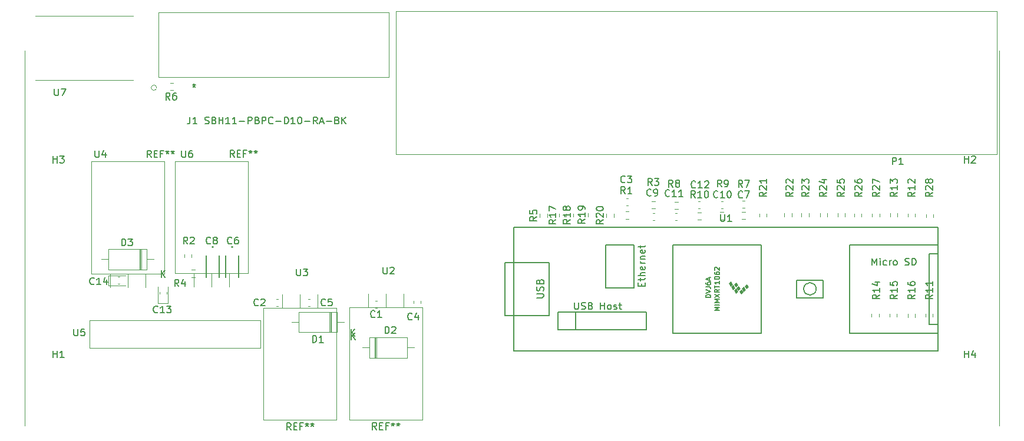
<source format=gbr>
%TF.GenerationSoftware,KiCad,Pcbnew,(5.1.10-1-10_14)*%
%TF.CreationDate,2021-11-09T17:04:18-05:00*%
%TF.ProjectId,TeensyBoardv2,5465656e-7379-4426-9f61-726476322e6b,v01*%
%TF.SameCoordinates,Original*%
%TF.FileFunction,Legend,Top*%
%TF.FilePolarity,Positive*%
%FSLAX46Y46*%
G04 Gerber Fmt 4.6, Leading zero omitted, Abs format (unit mm)*
G04 Created by KiCad (PCBNEW (5.1.10-1-10_14)) date 2021-11-09 17:04:18*
%MOMM*%
%LPD*%
G01*
G04 APERTURE LIST*
%ADD10C,0.050000*%
%ADD11C,0.120000*%
%ADD12C,0.150000*%
%ADD13C,0.100000*%
%ADD14C,0.127000*%
%ADD15C,0.200000*%
G04 APERTURE END LIST*
D10*
X119150000Y-131780000D02*
X119150000Y-77780000D01*
X259230000Y-77780000D02*
X259230000Y-131780000D01*
D11*
%TO.C,R14*%
X240877500Y-116117258D02*
X240877500Y-115642742D01*
X241922500Y-116117258D02*
X241922500Y-115642742D01*
%TO.C,R21*%
X224747500Y-101727258D02*
X224747500Y-101252742D01*
X225792500Y-101727258D02*
X225792500Y-101252742D01*
%TO.C,R22*%
X228347500Y-101687258D02*
X228347500Y-101212742D01*
X229392500Y-101687258D02*
X229392500Y-101212742D01*
%TO.C,R24*%
X233477500Y-101667258D02*
X233477500Y-101192742D01*
X234522500Y-101667258D02*
X234522500Y-101192742D01*
%TO.C,R28*%
X248677500Y-101787258D02*
X248677500Y-101312742D01*
X249722500Y-101787258D02*
X249722500Y-101312742D01*
%TO.C,R27*%
X240957500Y-101707258D02*
X240957500Y-101232742D01*
X242002500Y-101707258D02*
X242002500Y-101232742D01*
%TO.C,R26*%
X238397500Y-101717258D02*
X238397500Y-101242742D01*
X239442500Y-101717258D02*
X239442500Y-101242742D01*
%TO.C,R25*%
X235997500Y-101667258D02*
X235997500Y-101192742D01*
X237042500Y-101667258D02*
X237042500Y-101192742D01*
%TO.C,R23*%
X230787500Y-101687258D02*
X230787500Y-101212742D01*
X231832500Y-101687258D02*
X231832500Y-101212742D01*
%TO.C,R20*%
X202757500Y-101737258D02*
X202757500Y-101262742D01*
X203802500Y-101737258D02*
X203802500Y-101262742D01*
%TO.C,R19*%
X200157500Y-101647258D02*
X200157500Y-101172742D01*
X201202500Y-101647258D02*
X201202500Y-101172742D01*
%TO.C,R18*%
X198007500Y-101697258D02*
X198007500Y-101222742D01*
X199052500Y-101697258D02*
X199052500Y-101222742D01*
%TO.C,R17*%
X195947500Y-101707258D02*
X195947500Y-101232742D01*
X196992500Y-101707258D02*
X196992500Y-101232742D01*
%TO.C,R16*%
X246077500Y-116137258D02*
X246077500Y-115662742D01*
X247122500Y-116137258D02*
X247122500Y-115662742D01*
%TO.C,R15*%
X243457500Y-116107258D02*
X243457500Y-115632742D01*
X244502500Y-116107258D02*
X244502500Y-115632742D01*
%TO.C,P1*%
X258910000Y-92680000D02*
X258910000Y-72110000D01*
X258910000Y-72110000D02*
X172550000Y-72110000D01*
X172550000Y-72110000D02*
X172550000Y-92680000D01*
X172550000Y-92680000D02*
X258910000Y-92680000D01*
%TO.C,U7*%
X120730000Y-72850000D02*
X134730000Y-72850000D01*
X120730000Y-82050000D02*
X134730000Y-82050000D01*
%TO.C,R11*%
X249682500Y-116117258D02*
X249682500Y-115642742D01*
X248637500Y-116117258D02*
X248637500Y-115642742D01*
D12*
%TO.C,U1*%
X232907026Y-112070000D02*
G75*
G03*
X232907026Y-112070000I-898026J0D01*
G01*
X212324000Y-105720000D02*
X212324000Y-118420000D01*
X225024000Y-105720000D02*
X212324000Y-105720000D01*
X225024000Y-118420000D02*
X225024000Y-105720000D01*
X212324000Y-118420000D02*
X225024000Y-118420000D01*
X202694000Y-105718400D02*
X202694000Y-105968400D01*
X206694000Y-105718400D02*
X202694000Y-105718400D01*
X206694000Y-111968400D02*
X206694000Y-105718400D01*
X202694000Y-111968400D02*
X206694000Y-111968400D01*
X202694000Y-105968400D02*
X202694000Y-111968400D01*
X198303200Y-115369200D02*
X198303200Y-117909200D01*
X195763200Y-115369200D02*
X198303200Y-115369200D01*
X195763200Y-117909200D02*
X195763200Y-115369200D01*
X208463200Y-117909200D02*
X195763200Y-117909200D01*
X208463200Y-115369200D02*
X208463200Y-117909200D01*
X195763200Y-115369200D02*
X208463200Y-115369200D01*
X230104000Y-110800000D02*
X233914000Y-110800000D01*
X230104000Y-113340000D02*
X230104000Y-110800000D01*
X233914000Y-113340000D02*
X230104000Y-113340000D01*
X233914000Y-110800000D02*
X233914000Y-113340000D01*
X249154000Y-117150000D02*
X250424000Y-117150000D01*
X249154000Y-106990000D02*
X249154000Y-117150000D01*
X250424000Y-106990000D02*
X249154000Y-106990000D01*
X237724000Y-118420000D02*
X250424000Y-118420000D01*
X237724000Y-105720000D02*
X237724000Y-118420000D01*
X250424000Y-105720000D02*
X237724000Y-105720000D01*
X189464000Y-115880000D02*
X188194000Y-115880000D01*
X188194000Y-115880000D02*
X188194000Y-108260000D01*
X188194000Y-108260000D02*
X189464000Y-108260000D01*
X194544000Y-115880000D02*
X194544000Y-108260000D01*
X194544000Y-108260000D02*
X189464000Y-108260000D01*
X194544000Y-115880000D02*
X189464000Y-115880000D01*
X189464000Y-103180000D02*
X250424000Y-103180000D01*
X250424000Y-103180000D02*
X250424000Y-120960000D01*
X250424000Y-120960000D02*
X189464000Y-120960000D01*
X189464000Y-120960000D02*
X189464000Y-103180000D01*
D13*
G36*
X222379000Y-112525000D02*
G01*
X222125000Y-112779000D01*
X221871000Y-112398000D01*
X222125000Y-112144000D01*
X222379000Y-112525000D01*
G37*
X222379000Y-112525000D02*
X222125000Y-112779000D01*
X221871000Y-112398000D01*
X222125000Y-112144000D01*
X222379000Y-112525000D01*
G36*
X221998000Y-112017000D02*
G01*
X221744000Y-112271000D01*
X221490000Y-111890000D01*
X221744000Y-111636000D01*
X221998000Y-112017000D01*
G37*
X221998000Y-112017000D02*
X221744000Y-112271000D01*
X221490000Y-111890000D01*
X221744000Y-111636000D01*
X221998000Y-112017000D01*
G36*
X221617000Y-111509000D02*
G01*
X221363000Y-111763000D01*
X221109000Y-111382000D01*
X221363000Y-111128000D01*
X221617000Y-111509000D01*
G37*
X221617000Y-111509000D02*
X221363000Y-111763000D01*
X221109000Y-111382000D01*
X221363000Y-111128000D01*
X221617000Y-111509000D01*
G36*
X221617000Y-112398000D02*
G01*
X221363000Y-112652000D01*
X221109000Y-112271000D01*
X221363000Y-112017000D01*
X221617000Y-112398000D01*
G37*
X221617000Y-112398000D02*
X221363000Y-112652000D01*
X221109000Y-112271000D01*
X221363000Y-112017000D01*
X221617000Y-112398000D01*
G36*
X221236000Y-111890000D02*
G01*
X220982000Y-112144000D01*
X220728000Y-111763000D01*
X220982000Y-111509000D01*
X221236000Y-111890000D01*
G37*
X221236000Y-111890000D02*
X220982000Y-112144000D01*
X220728000Y-111763000D01*
X220982000Y-111509000D01*
X221236000Y-111890000D01*
G36*
X220855000Y-111382000D02*
G01*
X220601000Y-111636000D01*
X220347000Y-111255000D01*
X220601000Y-111001000D01*
X220855000Y-111382000D01*
G37*
X220855000Y-111382000D02*
X220601000Y-111636000D01*
X220347000Y-111255000D01*
X220601000Y-111001000D01*
X220855000Y-111382000D01*
G36*
X222760000Y-112144000D02*
G01*
X222506000Y-112398000D01*
X222252000Y-112017000D01*
X222506000Y-111763000D01*
X222760000Y-112144000D01*
G37*
X222760000Y-112144000D02*
X222506000Y-112398000D01*
X222252000Y-112017000D01*
X222506000Y-111763000D01*
X222760000Y-112144000D01*
G36*
X223141000Y-111763000D02*
G01*
X222887000Y-112017000D01*
X222633000Y-111636000D01*
X222887000Y-111382000D01*
X223141000Y-111763000D01*
G37*
X223141000Y-111763000D02*
X222887000Y-112017000D01*
X222633000Y-111636000D01*
X222887000Y-111382000D01*
X223141000Y-111763000D01*
D11*
%TO.C,R5*%
X193217500Y-101747258D02*
X193217500Y-101272742D01*
X194262500Y-101747258D02*
X194262500Y-101272742D01*
%TO.C,R6*%
X140527258Y-82477500D02*
X140052742Y-82477500D01*
X140527258Y-83522500D02*
X140052742Y-83522500D01*
%TO.C,C4*%
X175032000Y-114090580D02*
X175032000Y-113809420D01*
X176052000Y-114090580D02*
X176052000Y-113809420D01*
%TO.C,C1*%
X169812580Y-114810000D02*
X169531420Y-114810000D01*
X169812580Y-113790000D02*
X169531420Y-113790000D01*
%TO.C,D2*%
X169460000Y-119024000D02*
X169460000Y-121964000D01*
X169700000Y-119024000D02*
X169700000Y-121964000D01*
X169580000Y-119024000D02*
X169580000Y-121964000D01*
X175140000Y-120494000D02*
X174120000Y-120494000D01*
X167660000Y-120494000D02*
X168680000Y-120494000D01*
X174120000Y-119024000D02*
X168680000Y-119024000D01*
X174120000Y-121964000D02*
X174120000Y-119024000D01*
X168680000Y-121964000D02*
X174120000Y-121964000D01*
X168680000Y-119024000D02*
X168680000Y-121964000D01*
D14*
%TO.C,C6*%
X149907000Y-107236000D02*
X149907000Y-110436000D01*
X148037000Y-107236000D02*
X148037000Y-110436000D01*
D15*
X149072000Y-106036000D02*
G75*
G03*
X149072000Y-106036000I-100000J0D01*
G01*
%TO.C,C8*%
X146278000Y-106036000D02*
G75*
G03*
X146278000Y-106036000I-100000J0D01*
G01*
D14*
X145243000Y-107236000D02*
X145243000Y-110436000D01*
X147113000Y-107236000D02*
X147113000Y-110436000D01*
D11*
%TO.C,C2*%
X155588580Y-114556000D02*
X155307420Y-114556000D01*
X155588580Y-113536000D02*
X155307420Y-113536000D01*
%TO.C,C5*%
X159879420Y-113536000D02*
X160160580Y-113536000D01*
X159879420Y-114556000D02*
X160160580Y-114556000D01*
%TO.C,D1*%
X164010000Y-118310000D02*
X164010000Y-115370000D01*
X164010000Y-115370000D02*
X158570000Y-115370000D01*
X158570000Y-115370000D02*
X158570000Y-118310000D01*
X158570000Y-118310000D02*
X164010000Y-118310000D01*
X165030000Y-116840000D02*
X164010000Y-116840000D01*
X157550000Y-116840000D02*
X158570000Y-116840000D01*
X163110000Y-118310000D02*
X163110000Y-115370000D01*
X162990000Y-118310000D02*
X162990000Y-115370000D01*
X163230000Y-118310000D02*
X163230000Y-115370000D01*
%TO.C,R2*%
X143144500Y-107074742D02*
X143144500Y-107549258D01*
X142099500Y-107074742D02*
X142099500Y-107549258D01*
%TO.C,R4*%
X143621258Y-109329500D02*
X143146742Y-109329500D01*
X143621258Y-110374500D02*
X143146742Y-110374500D01*
%TO.C,C3*%
X205599420Y-100078000D02*
X205880580Y-100078000D01*
X205599420Y-99058000D02*
X205880580Y-99058000D01*
%TO.C,C7*%
X222604580Y-100448000D02*
X222323420Y-100448000D01*
X222604580Y-99428000D02*
X222323420Y-99428000D01*
%TO.C,C9*%
X209676580Y-101208000D02*
X209395420Y-101208000D01*
X209676580Y-102228000D02*
X209395420Y-102228000D01*
%TO.C,C10*%
X219496580Y-100468000D02*
X219215420Y-100468000D01*
X219496580Y-99448000D02*
X219215420Y-99448000D01*
%TO.C,C11*%
X212938580Y-101178000D02*
X212657420Y-101178000D01*
X212938580Y-102198000D02*
X212657420Y-102198000D01*
%TO.C,C12*%
X215963420Y-99478000D02*
X216244580Y-99478000D01*
X215963420Y-100498000D02*
X216244580Y-100498000D01*
%TO.C,R1*%
X205977258Y-100947500D02*
X205502742Y-100947500D01*
X205977258Y-101992500D02*
X205502742Y-101992500D01*
%TO.C,R3*%
X209268742Y-99485500D02*
X209743258Y-99485500D01*
X209268742Y-100530500D02*
X209743258Y-100530500D01*
%TO.C,R7*%
X222236742Y-100995500D02*
X222711258Y-100995500D01*
X222236742Y-102040500D02*
X222711258Y-102040500D01*
%TO.C,R8*%
X212560742Y-100580500D02*
X213035258Y-100580500D01*
X212560742Y-99535500D02*
X213035258Y-99535500D01*
%TO.C,R9*%
X219118742Y-102080500D02*
X219593258Y-102080500D01*
X219118742Y-101035500D02*
X219593258Y-101035500D01*
%TO.C,R10*%
X216351258Y-102100500D02*
X215876742Y-102100500D01*
X216351258Y-101055500D02*
X215876742Y-101055500D01*
%TO.C,D3*%
X135902000Y-109290000D02*
X135902000Y-106350000D01*
X135662000Y-109290000D02*
X135662000Y-106350000D01*
X135782000Y-109290000D02*
X135782000Y-106350000D01*
X130222000Y-107820000D02*
X131242000Y-107820000D01*
X137702000Y-107820000D02*
X136682000Y-107820000D01*
X131242000Y-109290000D02*
X136682000Y-109290000D01*
X131242000Y-106350000D02*
X131242000Y-109290000D01*
X136682000Y-106350000D02*
X131242000Y-106350000D01*
X136682000Y-109290000D02*
X136682000Y-106350000D01*
%TO.C,R12*%
X246067500Y-101697258D02*
X246067500Y-101222742D01*
X247112500Y-101697258D02*
X247112500Y-101222742D01*
%TO.C,R13*%
X243537500Y-101677258D02*
X243537500Y-101202742D01*
X244582500Y-101677258D02*
X244582500Y-101202742D01*
%TO.C,C13*%
X138532000Y-112786580D02*
X138532000Y-112505420D01*
X139552000Y-112786580D02*
X139552000Y-112505420D01*
X138305400Y-111721440D02*
X138305400Y-114121740D01*
X138305400Y-114121740D02*
X139743040Y-114136980D01*
X139743040Y-114136980D02*
X139758280Y-111721440D01*
%TO.C,C14*%
X131201020Y-111569040D02*
X133616560Y-111584280D01*
X131216260Y-110131400D02*
X131201020Y-111569040D01*
X133616560Y-110131400D02*
X131216260Y-110131400D01*
X132551420Y-111378000D02*
X132832580Y-111378000D01*
X132551420Y-110358000D02*
X132832580Y-110358000D01*
%TO.C,J1*%
X138112500Y-83140000D02*
G75*
G03*
X138112500Y-83140000I-381000J0D01*
G01*
X138366500Y-72268800D02*
X138366500Y-81616000D01*
X171513500Y-72268800D02*
X138366500Y-72268800D01*
X171513500Y-81616000D02*
X171513500Y-72268800D01*
X138366500Y-81616000D02*
X171513500Y-81616000D01*
%TO.C,U5*%
X153010000Y-116550000D02*
X128510000Y-116550000D01*
X153010000Y-120550000D02*
X153010000Y-116550000D01*
X128510000Y-120550000D02*
X153010000Y-120550000D01*
X128510000Y-116550000D02*
X128510000Y-120550000D01*
%TO.C,U2*%
X165826920Y-130854340D02*
X165826920Y-114744340D01*
X173616920Y-114744340D02*
X173616920Y-112784340D01*
X171076920Y-114744340D02*
X171076920Y-112784340D01*
X168536920Y-114744340D02*
X168536920Y-112784340D01*
X176326920Y-114744340D02*
X165826920Y-114744340D01*
X176326920Y-130854340D02*
X165826920Y-130854340D01*
X176326920Y-130854340D02*
X176326920Y-114744340D01*
%TO.C,U3*%
X153494920Y-130906340D02*
X153494920Y-114796340D01*
X161284920Y-114796340D02*
X161284920Y-112836340D01*
X158744920Y-114796340D02*
X158744920Y-112836340D01*
X156204920Y-114796340D02*
X156204920Y-112836340D01*
X163994920Y-114796340D02*
X153494920Y-114796340D01*
X163994920Y-130906340D02*
X153494920Y-130906340D01*
X163994920Y-130906340D02*
X163994920Y-114796340D01*
%TO.C,U4*%
X128717080Y-93753660D02*
X128717080Y-109863660D01*
X128717080Y-93753660D02*
X139217080Y-93753660D01*
X128717080Y-109863660D02*
X139217080Y-109863660D01*
X136507080Y-109863660D02*
X136507080Y-111823660D01*
X133967080Y-109863660D02*
X133967080Y-111823660D01*
X131427080Y-109863660D02*
X131427080Y-111823660D01*
X139217080Y-93753660D02*
X139217080Y-109863660D01*
%TO.C,U6*%
X140753080Y-93689660D02*
X140753080Y-109799660D01*
X140753080Y-93689660D02*
X151253080Y-93689660D01*
X140753080Y-109799660D02*
X151253080Y-109799660D01*
X148543080Y-109799660D02*
X148543080Y-111759660D01*
X146003080Y-109799660D02*
X146003080Y-111759660D01*
X143463080Y-109799660D02*
X143463080Y-111759660D01*
X151253080Y-93689660D02*
X151253080Y-109799660D01*
%TO.C,R14*%
D12*
X242006380Y-112910857D02*
X241530190Y-113244190D01*
X242006380Y-113482285D02*
X241006380Y-113482285D01*
X241006380Y-113101333D01*
X241054000Y-113006095D01*
X241101619Y-112958476D01*
X241196857Y-112910857D01*
X241339714Y-112910857D01*
X241434952Y-112958476D01*
X241482571Y-113006095D01*
X241530190Y-113101333D01*
X241530190Y-113482285D01*
X242006380Y-111958476D02*
X242006380Y-112529904D01*
X242006380Y-112244190D02*
X241006380Y-112244190D01*
X241149238Y-112339428D01*
X241244476Y-112434666D01*
X241292095Y-112529904D01*
X241339714Y-111101333D02*
X242006380Y-111101333D01*
X240958761Y-111339428D02*
X241673047Y-111577523D01*
X241673047Y-110958476D01*
%TO.C,R21*%
X225750380Y-98178857D02*
X225274190Y-98512190D01*
X225750380Y-98750285D02*
X224750380Y-98750285D01*
X224750380Y-98369333D01*
X224798000Y-98274095D01*
X224845619Y-98226476D01*
X224940857Y-98178857D01*
X225083714Y-98178857D01*
X225178952Y-98226476D01*
X225226571Y-98274095D01*
X225274190Y-98369333D01*
X225274190Y-98750285D01*
X224845619Y-97797904D02*
X224798000Y-97750285D01*
X224750380Y-97655047D01*
X224750380Y-97416952D01*
X224798000Y-97321714D01*
X224845619Y-97274095D01*
X224940857Y-97226476D01*
X225036095Y-97226476D01*
X225178952Y-97274095D01*
X225750380Y-97845523D01*
X225750380Y-97226476D01*
X225750380Y-96274095D02*
X225750380Y-96845523D01*
X225750380Y-96559809D02*
X224750380Y-96559809D01*
X224893238Y-96655047D01*
X224988476Y-96750285D01*
X225036095Y-96845523D01*
%TO.C,R22*%
X229560380Y-98178857D02*
X229084190Y-98512190D01*
X229560380Y-98750285D02*
X228560380Y-98750285D01*
X228560380Y-98369333D01*
X228608000Y-98274095D01*
X228655619Y-98226476D01*
X228750857Y-98178857D01*
X228893714Y-98178857D01*
X228988952Y-98226476D01*
X229036571Y-98274095D01*
X229084190Y-98369333D01*
X229084190Y-98750285D01*
X228655619Y-97797904D02*
X228608000Y-97750285D01*
X228560380Y-97655047D01*
X228560380Y-97416952D01*
X228608000Y-97321714D01*
X228655619Y-97274095D01*
X228750857Y-97226476D01*
X228846095Y-97226476D01*
X228988952Y-97274095D01*
X229560380Y-97845523D01*
X229560380Y-97226476D01*
X228655619Y-96845523D02*
X228608000Y-96797904D01*
X228560380Y-96702666D01*
X228560380Y-96464571D01*
X228608000Y-96369333D01*
X228655619Y-96321714D01*
X228750857Y-96274095D01*
X228846095Y-96274095D01*
X228988952Y-96321714D01*
X229560380Y-96893142D01*
X229560380Y-96274095D01*
%TO.C,R24*%
X234386380Y-98178857D02*
X233910190Y-98512190D01*
X234386380Y-98750285D02*
X233386380Y-98750285D01*
X233386380Y-98369333D01*
X233434000Y-98274095D01*
X233481619Y-98226476D01*
X233576857Y-98178857D01*
X233719714Y-98178857D01*
X233814952Y-98226476D01*
X233862571Y-98274095D01*
X233910190Y-98369333D01*
X233910190Y-98750285D01*
X233481619Y-97797904D02*
X233434000Y-97750285D01*
X233386380Y-97655047D01*
X233386380Y-97416952D01*
X233434000Y-97321714D01*
X233481619Y-97274095D01*
X233576857Y-97226476D01*
X233672095Y-97226476D01*
X233814952Y-97274095D01*
X234386380Y-97845523D01*
X234386380Y-97226476D01*
X233719714Y-96369333D02*
X234386380Y-96369333D01*
X233338761Y-96607428D02*
X234053047Y-96845523D01*
X234053047Y-96226476D01*
%TO.C,R28*%
X249626380Y-98178857D02*
X249150190Y-98512190D01*
X249626380Y-98750285D02*
X248626380Y-98750285D01*
X248626380Y-98369333D01*
X248674000Y-98274095D01*
X248721619Y-98226476D01*
X248816857Y-98178857D01*
X248959714Y-98178857D01*
X249054952Y-98226476D01*
X249102571Y-98274095D01*
X249150190Y-98369333D01*
X249150190Y-98750285D01*
X248721619Y-97797904D02*
X248674000Y-97750285D01*
X248626380Y-97655047D01*
X248626380Y-97416952D01*
X248674000Y-97321714D01*
X248721619Y-97274095D01*
X248816857Y-97226476D01*
X248912095Y-97226476D01*
X249054952Y-97274095D01*
X249626380Y-97845523D01*
X249626380Y-97226476D01*
X249054952Y-96655047D02*
X249007333Y-96750285D01*
X248959714Y-96797904D01*
X248864476Y-96845523D01*
X248816857Y-96845523D01*
X248721619Y-96797904D01*
X248674000Y-96750285D01*
X248626380Y-96655047D01*
X248626380Y-96464571D01*
X248674000Y-96369333D01*
X248721619Y-96321714D01*
X248816857Y-96274095D01*
X248864476Y-96274095D01*
X248959714Y-96321714D01*
X249007333Y-96369333D01*
X249054952Y-96464571D01*
X249054952Y-96655047D01*
X249102571Y-96750285D01*
X249150190Y-96797904D01*
X249245428Y-96845523D01*
X249435904Y-96845523D01*
X249531142Y-96797904D01*
X249578761Y-96750285D01*
X249626380Y-96655047D01*
X249626380Y-96464571D01*
X249578761Y-96369333D01*
X249531142Y-96321714D01*
X249435904Y-96274095D01*
X249245428Y-96274095D01*
X249150190Y-96321714D01*
X249102571Y-96369333D01*
X249054952Y-96464571D01*
%TO.C,R27*%
X242006380Y-98178857D02*
X241530190Y-98512190D01*
X242006380Y-98750285D02*
X241006380Y-98750285D01*
X241006380Y-98369333D01*
X241054000Y-98274095D01*
X241101619Y-98226476D01*
X241196857Y-98178857D01*
X241339714Y-98178857D01*
X241434952Y-98226476D01*
X241482571Y-98274095D01*
X241530190Y-98369333D01*
X241530190Y-98750285D01*
X241101619Y-97797904D02*
X241054000Y-97750285D01*
X241006380Y-97655047D01*
X241006380Y-97416952D01*
X241054000Y-97321714D01*
X241101619Y-97274095D01*
X241196857Y-97226476D01*
X241292095Y-97226476D01*
X241434952Y-97274095D01*
X242006380Y-97845523D01*
X242006380Y-97226476D01*
X241006380Y-96893142D02*
X241006380Y-96226476D01*
X242006380Y-96655047D01*
%TO.C,R26*%
X239466380Y-98178857D02*
X238990190Y-98512190D01*
X239466380Y-98750285D02*
X238466380Y-98750285D01*
X238466380Y-98369333D01*
X238514000Y-98274095D01*
X238561619Y-98226476D01*
X238656857Y-98178857D01*
X238799714Y-98178857D01*
X238894952Y-98226476D01*
X238942571Y-98274095D01*
X238990190Y-98369333D01*
X238990190Y-98750285D01*
X238561619Y-97797904D02*
X238514000Y-97750285D01*
X238466380Y-97655047D01*
X238466380Y-97416952D01*
X238514000Y-97321714D01*
X238561619Y-97274095D01*
X238656857Y-97226476D01*
X238752095Y-97226476D01*
X238894952Y-97274095D01*
X239466380Y-97845523D01*
X239466380Y-97226476D01*
X238466380Y-96369333D02*
X238466380Y-96559809D01*
X238514000Y-96655047D01*
X238561619Y-96702666D01*
X238704476Y-96797904D01*
X238894952Y-96845523D01*
X239275904Y-96845523D01*
X239371142Y-96797904D01*
X239418761Y-96750285D01*
X239466380Y-96655047D01*
X239466380Y-96464571D01*
X239418761Y-96369333D01*
X239371142Y-96321714D01*
X239275904Y-96274095D01*
X239037809Y-96274095D01*
X238942571Y-96321714D01*
X238894952Y-96369333D01*
X238847333Y-96464571D01*
X238847333Y-96655047D01*
X238894952Y-96750285D01*
X238942571Y-96797904D01*
X239037809Y-96845523D01*
%TO.C,R25*%
X236926380Y-98178857D02*
X236450190Y-98512190D01*
X236926380Y-98750285D02*
X235926380Y-98750285D01*
X235926380Y-98369333D01*
X235974000Y-98274095D01*
X236021619Y-98226476D01*
X236116857Y-98178857D01*
X236259714Y-98178857D01*
X236354952Y-98226476D01*
X236402571Y-98274095D01*
X236450190Y-98369333D01*
X236450190Y-98750285D01*
X236021619Y-97797904D02*
X235974000Y-97750285D01*
X235926380Y-97655047D01*
X235926380Y-97416952D01*
X235974000Y-97321714D01*
X236021619Y-97274095D01*
X236116857Y-97226476D01*
X236212095Y-97226476D01*
X236354952Y-97274095D01*
X236926380Y-97845523D01*
X236926380Y-97226476D01*
X235926380Y-96321714D02*
X235926380Y-96797904D01*
X236402571Y-96845523D01*
X236354952Y-96797904D01*
X236307333Y-96702666D01*
X236307333Y-96464571D01*
X236354952Y-96369333D01*
X236402571Y-96321714D01*
X236497809Y-96274095D01*
X236735904Y-96274095D01*
X236831142Y-96321714D01*
X236878761Y-96369333D01*
X236926380Y-96464571D01*
X236926380Y-96702666D01*
X236878761Y-96797904D01*
X236831142Y-96845523D01*
%TO.C,R23*%
X231846380Y-98178857D02*
X231370190Y-98512190D01*
X231846380Y-98750285D02*
X230846380Y-98750285D01*
X230846380Y-98369333D01*
X230894000Y-98274095D01*
X230941619Y-98226476D01*
X231036857Y-98178857D01*
X231179714Y-98178857D01*
X231274952Y-98226476D01*
X231322571Y-98274095D01*
X231370190Y-98369333D01*
X231370190Y-98750285D01*
X230941619Y-97797904D02*
X230894000Y-97750285D01*
X230846380Y-97655047D01*
X230846380Y-97416952D01*
X230894000Y-97321714D01*
X230941619Y-97274095D01*
X231036857Y-97226476D01*
X231132095Y-97226476D01*
X231274952Y-97274095D01*
X231846380Y-97845523D01*
X231846380Y-97226476D01*
X230846380Y-96893142D02*
X230846380Y-96274095D01*
X231227333Y-96607428D01*
X231227333Y-96464571D01*
X231274952Y-96369333D01*
X231322571Y-96321714D01*
X231417809Y-96274095D01*
X231655904Y-96274095D01*
X231751142Y-96321714D01*
X231798761Y-96369333D01*
X231846380Y-96464571D01*
X231846380Y-96750285D01*
X231798761Y-96845523D01*
X231751142Y-96893142D01*
%TO.C,R20*%
X202302380Y-102142857D02*
X201826190Y-102476190D01*
X202302380Y-102714285D02*
X201302380Y-102714285D01*
X201302380Y-102333333D01*
X201350000Y-102238095D01*
X201397619Y-102190476D01*
X201492857Y-102142857D01*
X201635714Y-102142857D01*
X201730952Y-102190476D01*
X201778571Y-102238095D01*
X201826190Y-102333333D01*
X201826190Y-102714285D01*
X201397619Y-101761904D02*
X201350000Y-101714285D01*
X201302380Y-101619047D01*
X201302380Y-101380952D01*
X201350000Y-101285714D01*
X201397619Y-101238095D01*
X201492857Y-101190476D01*
X201588095Y-101190476D01*
X201730952Y-101238095D01*
X202302380Y-101809523D01*
X202302380Y-101190476D01*
X201302380Y-100571428D02*
X201302380Y-100476190D01*
X201350000Y-100380952D01*
X201397619Y-100333333D01*
X201492857Y-100285714D01*
X201683333Y-100238095D01*
X201921428Y-100238095D01*
X202111904Y-100285714D01*
X202207142Y-100333333D01*
X202254761Y-100380952D01*
X202302380Y-100476190D01*
X202302380Y-100571428D01*
X202254761Y-100666666D01*
X202207142Y-100714285D01*
X202111904Y-100761904D01*
X201921428Y-100809523D01*
X201683333Y-100809523D01*
X201492857Y-100761904D01*
X201397619Y-100714285D01*
X201350000Y-100666666D01*
X201302380Y-100571428D01*
%TO.C,R19*%
X199702380Y-102052857D02*
X199226190Y-102386190D01*
X199702380Y-102624285D02*
X198702380Y-102624285D01*
X198702380Y-102243333D01*
X198750000Y-102148095D01*
X198797619Y-102100476D01*
X198892857Y-102052857D01*
X199035714Y-102052857D01*
X199130952Y-102100476D01*
X199178571Y-102148095D01*
X199226190Y-102243333D01*
X199226190Y-102624285D01*
X199702380Y-101100476D02*
X199702380Y-101671904D01*
X199702380Y-101386190D02*
X198702380Y-101386190D01*
X198845238Y-101481428D01*
X198940476Y-101576666D01*
X198988095Y-101671904D01*
X199702380Y-100624285D02*
X199702380Y-100433809D01*
X199654761Y-100338571D01*
X199607142Y-100290952D01*
X199464285Y-100195714D01*
X199273809Y-100148095D01*
X198892857Y-100148095D01*
X198797619Y-100195714D01*
X198750000Y-100243333D01*
X198702380Y-100338571D01*
X198702380Y-100529047D01*
X198750000Y-100624285D01*
X198797619Y-100671904D01*
X198892857Y-100719523D01*
X199130952Y-100719523D01*
X199226190Y-100671904D01*
X199273809Y-100624285D01*
X199321428Y-100529047D01*
X199321428Y-100338571D01*
X199273809Y-100243333D01*
X199226190Y-100195714D01*
X199130952Y-100148095D01*
%TO.C,R18*%
X197552380Y-102102857D02*
X197076190Y-102436190D01*
X197552380Y-102674285D02*
X196552380Y-102674285D01*
X196552380Y-102293333D01*
X196600000Y-102198095D01*
X196647619Y-102150476D01*
X196742857Y-102102857D01*
X196885714Y-102102857D01*
X196980952Y-102150476D01*
X197028571Y-102198095D01*
X197076190Y-102293333D01*
X197076190Y-102674285D01*
X197552380Y-101150476D02*
X197552380Y-101721904D01*
X197552380Y-101436190D02*
X196552380Y-101436190D01*
X196695238Y-101531428D01*
X196790476Y-101626666D01*
X196838095Y-101721904D01*
X196980952Y-100579047D02*
X196933333Y-100674285D01*
X196885714Y-100721904D01*
X196790476Y-100769523D01*
X196742857Y-100769523D01*
X196647619Y-100721904D01*
X196600000Y-100674285D01*
X196552380Y-100579047D01*
X196552380Y-100388571D01*
X196600000Y-100293333D01*
X196647619Y-100245714D01*
X196742857Y-100198095D01*
X196790476Y-100198095D01*
X196885714Y-100245714D01*
X196933333Y-100293333D01*
X196980952Y-100388571D01*
X196980952Y-100579047D01*
X197028571Y-100674285D01*
X197076190Y-100721904D01*
X197171428Y-100769523D01*
X197361904Y-100769523D01*
X197457142Y-100721904D01*
X197504761Y-100674285D01*
X197552380Y-100579047D01*
X197552380Y-100388571D01*
X197504761Y-100293333D01*
X197457142Y-100245714D01*
X197361904Y-100198095D01*
X197171428Y-100198095D01*
X197076190Y-100245714D01*
X197028571Y-100293333D01*
X196980952Y-100388571D01*
%TO.C,R17*%
X195492380Y-102112857D02*
X195016190Y-102446190D01*
X195492380Y-102684285D02*
X194492380Y-102684285D01*
X194492380Y-102303333D01*
X194540000Y-102208095D01*
X194587619Y-102160476D01*
X194682857Y-102112857D01*
X194825714Y-102112857D01*
X194920952Y-102160476D01*
X194968571Y-102208095D01*
X195016190Y-102303333D01*
X195016190Y-102684285D01*
X195492380Y-101160476D02*
X195492380Y-101731904D01*
X195492380Y-101446190D02*
X194492380Y-101446190D01*
X194635238Y-101541428D01*
X194730476Y-101636666D01*
X194778095Y-101731904D01*
X194492380Y-100827142D02*
X194492380Y-100160476D01*
X195492380Y-100589047D01*
%TO.C,R16*%
X247086380Y-112910857D02*
X246610190Y-113244190D01*
X247086380Y-113482285D02*
X246086380Y-113482285D01*
X246086380Y-113101333D01*
X246134000Y-113006095D01*
X246181619Y-112958476D01*
X246276857Y-112910857D01*
X246419714Y-112910857D01*
X246514952Y-112958476D01*
X246562571Y-113006095D01*
X246610190Y-113101333D01*
X246610190Y-113482285D01*
X247086380Y-111958476D02*
X247086380Y-112529904D01*
X247086380Y-112244190D02*
X246086380Y-112244190D01*
X246229238Y-112339428D01*
X246324476Y-112434666D01*
X246372095Y-112529904D01*
X246086380Y-111101333D02*
X246086380Y-111291809D01*
X246134000Y-111387047D01*
X246181619Y-111434666D01*
X246324476Y-111529904D01*
X246514952Y-111577523D01*
X246895904Y-111577523D01*
X246991142Y-111529904D01*
X247038761Y-111482285D01*
X247086380Y-111387047D01*
X247086380Y-111196571D01*
X247038761Y-111101333D01*
X246991142Y-111053714D01*
X246895904Y-111006095D01*
X246657809Y-111006095D01*
X246562571Y-111053714D01*
X246514952Y-111101333D01*
X246467333Y-111196571D01*
X246467333Y-111387047D01*
X246514952Y-111482285D01*
X246562571Y-111529904D01*
X246657809Y-111577523D01*
%TO.C,R15*%
X244546380Y-112910857D02*
X244070190Y-113244190D01*
X244546380Y-113482285D02*
X243546380Y-113482285D01*
X243546380Y-113101333D01*
X243594000Y-113006095D01*
X243641619Y-112958476D01*
X243736857Y-112910857D01*
X243879714Y-112910857D01*
X243974952Y-112958476D01*
X244022571Y-113006095D01*
X244070190Y-113101333D01*
X244070190Y-113482285D01*
X244546380Y-111958476D02*
X244546380Y-112529904D01*
X244546380Y-112244190D02*
X243546380Y-112244190D01*
X243689238Y-112339428D01*
X243784476Y-112434666D01*
X243832095Y-112529904D01*
X243546380Y-111053714D02*
X243546380Y-111529904D01*
X244022571Y-111577523D01*
X243974952Y-111529904D01*
X243927333Y-111434666D01*
X243927333Y-111196571D01*
X243974952Y-111101333D01*
X244022571Y-111053714D01*
X244117809Y-111006095D01*
X244355904Y-111006095D01*
X244451142Y-111053714D01*
X244498761Y-111101333D01*
X244546380Y-111196571D01*
X244546380Y-111434666D01*
X244498761Y-111529904D01*
X244451142Y-111577523D01*
%TO.C,P1*%
X243863904Y-94178380D02*
X243863904Y-93178380D01*
X244244857Y-93178380D01*
X244340095Y-93226000D01*
X244387714Y-93273619D01*
X244435333Y-93368857D01*
X244435333Y-93511714D01*
X244387714Y-93606952D01*
X244340095Y-93654571D01*
X244244857Y-93702190D01*
X243863904Y-93702190D01*
X245387714Y-94178380D02*
X244816285Y-94178380D01*
X245102000Y-94178380D02*
X245102000Y-93178380D01*
X245006761Y-93321238D01*
X244911523Y-93416476D01*
X244816285Y-93464095D01*
%TO.C,U7*%
X123444095Y-83272380D02*
X123444095Y-84081904D01*
X123491714Y-84177142D01*
X123539333Y-84224761D01*
X123634571Y-84272380D01*
X123825047Y-84272380D01*
X123920285Y-84224761D01*
X123967904Y-84177142D01*
X124015523Y-84081904D01*
X124015523Y-83272380D01*
X124396476Y-83272380D02*
X125063142Y-83272380D01*
X124634571Y-84272380D01*
%TO.C,R11*%
X249626380Y-112910857D02*
X249150190Y-113244190D01*
X249626380Y-113482285D02*
X248626380Y-113482285D01*
X248626380Y-113101333D01*
X248674000Y-113006095D01*
X248721619Y-112958476D01*
X248816857Y-112910857D01*
X248959714Y-112910857D01*
X249054952Y-112958476D01*
X249102571Y-113006095D01*
X249150190Y-113101333D01*
X249150190Y-113482285D01*
X249626380Y-111958476D02*
X249626380Y-112529904D01*
X249626380Y-112244190D02*
X248626380Y-112244190D01*
X248769238Y-112339428D01*
X248864476Y-112434666D01*
X248912095Y-112529904D01*
X249626380Y-111006095D02*
X249626380Y-111577523D01*
X249626380Y-111291809D02*
X248626380Y-111291809D01*
X248769238Y-111387047D01*
X248864476Y-111482285D01*
X248912095Y-111577523D01*
%TO.C,U1*%
X219182095Y-101362380D02*
X219182095Y-102171904D01*
X219229714Y-102267142D01*
X219277333Y-102314761D01*
X219372571Y-102362380D01*
X219563047Y-102362380D01*
X219658285Y-102314761D01*
X219705904Y-102267142D01*
X219753523Y-102171904D01*
X219753523Y-101362380D01*
X220753523Y-102362380D02*
X220182095Y-102362380D01*
X220467809Y-102362380D02*
X220467809Y-101362380D01*
X220372571Y-101505238D01*
X220277333Y-101600476D01*
X220182095Y-101648095D01*
X198168676Y-114011580D02*
X198168676Y-114821104D01*
X198216295Y-114916342D01*
X198263914Y-114963961D01*
X198359152Y-115011580D01*
X198549628Y-115011580D01*
X198644866Y-114963961D01*
X198692485Y-114916342D01*
X198740104Y-114821104D01*
X198740104Y-114011580D01*
X199168676Y-114963961D02*
X199311533Y-115011580D01*
X199549628Y-115011580D01*
X199644866Y-114963961D01*
X199692485Y-114916342D01*
X199740104Y-114821104D01*
X199740104Y-114725866D01*
X199692485Y-114630628D01*
X199644866Y-114583009D01*
X199549628Y-114535390D01*
X199359152Y-114487771D01*
X199263914Y-114440152D01*
X199216295Y-114392533D01*
X199168676Y-114297295D01*
X199168676Y-114202057D01*
X199216295Y-114106819D01*
X199263914Y-114059200D01*
X199359152Y-114011580D01*
X199597247Y-114011580D01*
X199740104Y-114059200D01*
X200502009Y-114487771D02*
X200644866Y-114535390D01*
X200692485Y-114583009D01*
X200740104Y-114678247D01*
X200740104Y-114821104D01*
X200692485Y-114916342D01*
X200644866Y-114963961D01*
X200549628Y-115011580D01*
X200168676Y-115011580D01*
X200168676Y-114011580D01*
X200502009Y-114011580D01*
X200597247Y-114059200D01*
X200644866Y-114106819D01*
X200692485Y-114202057D01*
X200692485Y-114297295D01*
X200644866Y-114392533D01*
X200597247Y-114440152D01*
X200502009Y-114487771D01*
X200168676Y-114487771D01*
X201930580Y-115011580D02*
X201930580Y-114011580D01*
X201930580Y-114487771D02*
X202502009Y-114487771D01*
X202502009Y-115011580D02*
X202502009Y-114011580D01*
X203121057Y-115011580D02*
X203025819Y-114963961D01*
X202978200Y-114916342D01*
X202930580Y-114821104D01*
X202930580Y-114535390D01*
X202978200Y-114440152D01*
X203025819Y-114392533D01*
X203121057Y-114344914D01*
X203263914Y-114344914D01*
X203359152Y-114392533D01*
X203406771Y-114440152D01*
X203454390Y-114535390D01*
X203454390Y-114821104D01*
X203406771Y-114916342D01*
X203359152Y-114963961D01*
X203263914Y-115011580D01*
X203121057Y-115011580D01*
X203835342Y-114963961D02*
X203930580Y-115011580D01*
X204121057Y-115011580D01*
X204216295Y-114963961D01*
X204263914Y-114868723D01*
X204263914Y-114821104D01*
X204216295Y-114725866D01*
X204121057Y-114678247D01*
X203978200Y-114678247D01*
X203882961Y-114630628D01*
X203835342Y-114535390D01*
X203835342Y-114487771D01*
X203882961Y-114392533D01*
X203978200Y-114344914D01*
X204121057Y-114344914D01*
X204216295Y-114392533D01*
X204549628Y-114344914D02*
X204930580Y-114344914D01*
X204692485Y-114011580D02*
X204692485Y-114868723D01*
X204740104Y-114963961D01*
X204835342Y-115011580D01*
X204930580Y-115011580D01*
X207807571Y-111650542D02*
X207807571Y-111317209D01*
X208331380Y-111174352D02*
X208331380Y-111650542D01*
X207331380Y-111650542D01*
X207331380Y-111174352D01*
X207664714Y-110888638D02*
X207664714Y-110507685D01*
X207331380Y-110745780D02*
X208188523Y-110745780D01*
X208283761Y-110698161D01*
X208331380Y-110602923D01*
X208331380Y-110507685D01*
X208331380Y-110174352D02*
X207331380Y-110174352D01*
X208331380Y-109745780D02*
X207807571Y-109745780D01*
X207712333Y-109793400D01*
X207664714Y-109888638D01*
X207664714Y-110031495D01*
X207712333Y-110126733D01*
X207759952Y-110174352D01*
X208283761Y-108888638D02*
X208331380Y-108983876D01*
X208331380Y-109174352D01*
X208283761Y-109269590D01*
X208188523Y-109317209D01*
X207807571Y-109317209D01*
X207712333Y-109269590D01*
X207664714Y-109174352D01*
X207664714Y-108983876D01*
X207712333Y-108888638D01*
X207807571Y-108841019D01*
X207902809Y-108841019D01*
X207998047Y-109317209D01*
X208331380Y-108412447D02*
X207664714Y-108412447D01*
X207855190Y-108412447D02*
X207759952Y-108364828D01*
X207712333Y-108317209D01*
X207664714Y-108221971D01*
X207664714Y-108126733D01*
X207664714Y-107793400D02*
X208331380Y-107793400D01*
X207759952Y-107793400D02*
X207712333Y-107745780D01*
X207664714Y-107650542D01*
X207664714Y-107507685D01*
X207712333Y-107412447D01*
X207807571Y-107364828D01*
X208331380Y-107364828D01*
X208283761Y-106507685D02*
X208331380Y-106602923D01*
X208331380Y-106793400D01*
X208283761Y-106888638D01*
X208188523Y-106936257D01*
X207807571Y-106936257D01*
X207712333Y-106888638D01*
X207664714Y-106793400D01*
X207664714Y-106602923D01*
X207712333Y-106507685D01*
X207807571Y-106460066D01*
X207902809Y-106460066D01*
X207998047Y-106936257D01*
X207664714Y-106174352D02*
X207664714Y-105793400D01*
X207331380Y-106031495D02*
X208188523Y-106031495D01*
X208283761Y-105983876D01*
X208331380Y-105888638D01*
X208331380Y-105793400D01*
X192726380Y-113331904D02*
X193535904Y-113331904D01*
X193631142Y-113284285D01*
X193678761Y-113236666D01*
X193726380Y-113141428D01*
X193726380Y-112950952D01*
X193678761Y-112855714D01*
X193631142Y-112808095D01*
X193535904Y-112760476D01*
X192726380Y-112760476D01*
X193678761Y-112331904D02*
X193726380Y-112189047D01*
X193726380Y-111950952D01*
X193678761Y-111855714D01*
X193631142Y-111808095D01*
X193535904Y-111760476D01*
X193440666Y-111760476D01*
X193345428Y-111808095D01*
X193297809Y-111855714D01*
X193250190Y-111950952D01*
X193202571Y-112141428D01*
X193154952Y-112236666D01*
X193107333Y-112284285D01*
X193012095Y-112331904D01*
X192916857Y-112331904D01*
X192821619Y-112284285D01*
X192774000Y-112236666D01*
X192726380Y-112141428D01*
X192726380Y-111903333D01*
X192774000Y-111760476D01*
X193202571Y-110998571D02*
X193250190Y-110855714D01*
X193297809Y-110808095D01*
X193393047Y-110760476D01*
X193535904Y-110760476D01*
X193631142Y-110808095D01*
X193678761Y-110855714D01*
X193726380Y-110950952D01*
X193726380Y-111331904D01*
X192726380Y-111331904D01*
X192726380Y-110998571D01*
X192774000Y-110903333D01*
X192821619Y-110855714D01*
X192916857Y-110808095D01*
X193012095Y-110808095D01*
X193107333Y-110855714D01*
X193154952Y-110903333D01*
X193202571Y-110998571D01*
X193202571Y-111331904D01*
X240954952Y-108656380D02*
X240954952Y-107656380D01*
X241288285Y-108370666D01*
X241621619Y-107656380D01*
X241621619Y-108656380D01*
X242097809Y-108656380D02*
X242097809Y-107989714D01*
X242097809Y-107656380D02*
X242050190Y-107704000D01*
X242097809Y-107751619D01*
X242145428Y-107704000D01*
X242097809Y-107656380D01*
X242097809Y-107751619D01*
X243002571Y-108608761D02*
X242907333Y-108656380D01*
X242716857Y-108656380D01*
X242621619Y-108608761D01*
X242574000Y-108561142D01*
X242526380Y-108465904D01*
X242526380Y-108180190D01*
X242574000Y-108084952D01*
X242621619Y-108037333D01*
X242716857Y-107989714D01*
X242907333Y-107989714D01*
X243002571Y-108037333D01*
X243431142Y-108656380D02*
X243431142Y-107989714D01*
X243431142Y-108180190D02*
X243478761Y-108084952D01*
X243526380Y-108037333D01*
X243621619Y-107989714D01*
X243716857Y-107989714D01*
X244193047Y-108656380D02*
X244097809Y-108608761D01*
X244050190Y-108561142D01*
X244002571Y-108465904D01*
X244002571Y-108180190D01*
X244050190Y-108084952D01*
X244097809Y-108037333D01*
X244193047Y-107989714D01*
X244335904Y-107989714D01*
X244431142Y-108037333D01*
X244478761Y-108084952D01*
X244526380Y-108180190D01*
X244526380Y-108465904D01*
X244478761Y-108561142D01*
X244431142Y-108608761D01*
X244335904Y-108656380D01*
X244193047Y-108656380D01*
X245669238Y-108608761D02*
X245812095Y-108656380D01*
X246050190Y-108656380D01*
X246145428Y-108608761D01*
X246193047Y-108561142D01*
X246240666Y-108465904D01*
X246240666Y-108370666D01*
X246193047Y-108275428D01*
X246145428Y-108227809D01*
X246050190Y-108180190D01*
X245859714Y-108132571D01*
X245764476Y-108084952D01*
X245716857Y-108037333D01*
X245669238Y-107942095D01*
X245669238Y-107846857D01*
X245716857Y-107751619D01*
X245764476Y-107704000D01*
X245859714Y-107656380D01*
X246097809Y-107656380D01*
X246240666Y-107704000D01*
X246669238Y-108656380D02*
X246669238Y-107656380D01*
X246907333Y-107656380D01*
X247050190Y-107704000D01*
X247145428Y-107799238D01*
X247193047Y-107894476D01*
X247240666Y-108084952D01*
X247240666Y-108227809D01*
X247193047Y-108418285D01*
X247145428Y-108513523D01*
X247050190Y-108608761D01*
X246907333Y-108656380D01*
X246669238Y-108656380D01*
X218990666Y-115153333D02*
X218290666Y-115153333D01*
X218790666Y-114920000D01*
X218290666Y-114686666D01*
X218990666Y-114686666D01*
X218990666Y-114353333D02*
X218290666Y-114353333D01*
X218990666Y-114020000D02*
X218290666Y-114020000D01*
X218790666Y-113786666D01*
X218290666Y-113553333D01*
X218990666Y-113553333D01*
X218290666Y-113286666D02*
X218990666Y-112820000D01*
X218290666Y-112820000D02*
X218990666Y-113286666D01*
X218990666Y-112153333D02*
X218657333Y-112386666D01*
X218990666Y-112553333D02*
X218290666Y-112553333D01*
X218290666Y-112286666D01*
X218324000Y-112220000D01*
X218357333Y-112186666D01*
X218424000Y-112153333D01*
X218524000Y-112153333D01*
X218590666Y-112186666D01*
X218624000Y-112220000D01*
X218657333Y-112286666D01*
X218657333Y-112553333D01*
X218290666Y-111953333D02*
X218290666Y-111553333D01*
X218990666Y-111753333D02*
X218290666Y-111753333D01*
X218990666Y-110953333D02*
X218990666Y-111353333D01*
X218990666Y-111153333D02*
X218290666Y-111153333D01*
X218390666Y-111220000D01*
X218457333Y-111286666D01*
X218490666Y-111353333D01*
X218290666Y-110520000D02*
X218290666Y-110453333D01*
X218324000Y-110386666D01*
X218357333Y-110353333D01*
X218424000Y-110320000D01*
X218557333Y-110286666D01*
X218724000Y-110286666D01*
X218857333Y-110320000D01*
X218924000Y-110353333D01*
X218957333Y-110386666D01*
X218990666Y-110453333D01*
X218990666Y-110520000D01*
X218957333Y-110586666D01*
X218924000Y-110620000D01*
X218857333Y-110653333D01*
X218724000Y-110686666D01*
X218557333Y-110686666D01*
X218424000Y-110653333D01*
X218357333Y-110620000D01*
X218324000Y-110586666D01*
X218290666Y-110520000D01*
X218290666Y-109686666D02*
X218290666Y-109820000D01*
X218324000Y-109886666D01*
X218357333Y-109920000D01*
X218457333Y-109986666D01*
X218590666Y-110020000D01*
X218857333Y-110020000D01*
X218924000Y-109986666D01*
X218957333Y-109953333D01*
X218990666Y-109886666D01*
X218990666Y-109753333D01*
X218957333Y-109686666D01*
X218924000Y-109653333D01*
X218857333Y-109620000D01*
X218690666Y-109620000D01*
X218624000Y-109653333D01*
X218590666Y-109686666D01*
X218557333Y-109753333D01*
X218557333Y-109886666D01*
X218590666Y-109953333D01*
X218624000Y-109986666D01*
X218690666Y-110020000D01*
X218357333Y-109353333D02*
X218324000Y-109320000D01*
X218290666Y-109253333D01*
X218290666Y-109086666D01*
X218324000Y-109020000D01*
X218357333Y-108986666D01*
X218424000Y-108953333D01*
X218490666Y-108953333D01*
X218590666Y-108986666D01*
X218990666Y-109386666D01*
X218990666Y-108953333D01*
X217720666Y-113273333D02*
X217020666Y-113273333D01*
X217020666Y-113106666D01*
X217054000Y-113006666D01*
X217120666Y-112940000D01*
X217187333Y-112906666D01*
X217320666Y-112873333D01*
X217420666Y-112873333D01*
X217554000Y-112906666D01*
X217620666Y-112940000D01*
X217687333Y-113006666D01*
X217720666Y-113106666D01*
X217720666Y-113273333D01*
X217020666Y-112673333D02*
X217720666Y-112440000D01*
X217020666Y-112206666D01*
X217020666Y-111773333D02*
X217520666Y-111773333D01*
X217620666Y-111806666D01*
X217687333Y-111873333D01*
X217720666Y-111973333D01*
X217720666Y-112040000D01*
X217020666Y-111140000D02*
X217020666Y-111273333D01*
X217054000Y-111340000D01*
X217087333Y-111373333D01*
X217187333Y-111440000D01*
X217320666Y-111473333D01*
X217587333Y-111473333D01*
X217654000Y-111440000D01*
X217687333Y-111406666D01*
X217720666Y-111340000D01*
X217720666Y-111206666D01*
X217687333Y-111140000D01*
X217654000Y-111106666D01*
X217587333Y-111073333D01*
X217420666Y-111073333D01*
X217354000Y-111106666D01*
X217320666Y-111140000D01*
X217287333Y-111206666D01*
X217287333Y-111340000D01*
X217320666Y-111406666D01*
X217354000Y-111440000D01*
X217420666Y-111473333D01*
X217520666Y-110806666D02*
X217520666Y-110473333D01*
X217720666Y-110873333D02*
X217020666Y-110640000D01*
X217720666Y-110406666D01*
%TO.C,R5*%
X192762380Y-101676666D02*
X192286190Y-102010000D01*
X192762380Y-102248095D02*
X191762380Y-102248095D01*
X191762380Y-101867142D01*
X191810000Y-101771904D01*
X191857619Y-101724285D01*
X191952857Y-101676666D01*
X192095714Y-101676666D01*
X192190952Y-101724285D01*
X192238571Y-101771904D01*
X192286190Y-101867142D01*
X192286190Y-102248095D01*
X191762380Y-100771904D02*
X191762380Y-101248095D01*
X192238571Y-101295714D01*
X192190952Y-101248095D01*
X192143333Y-101152857D01*
X192143333Y-100914761D01*
X192190952Y-100819523D01*
X192238571Y-100771904D01*
X192333809Y-100724285D01*
X192571904Y-100724285D01*
X192667142Y-100771904D01*
X192714761Y-100819523D01*
X192762380Y-100914761D01*
X192762380Y-101152857D01*
X192714761Y-101248095D01*
X192667142Y-101295714D01*
%TO.C,R6*%
X140041333Y-84882380D02*
X139708000Y-84406190D01*
X139469904Y-84882380D02*
X139469904Y-83882380D01*
X139850857Y-83882380D01*
X139946095Y-83930000D01*
X139993714Y-83977619D01*
X140041333Y-84072857D01*
X140041333Y-84215714D01*
X139993714Y-84310952D01*
X139946095Y-84358571D01*
X139850857Y-84406190D01*
X139469904Y-84406190D01*
X140898476Y-83882380D02*
X140708000Y-83882380D01*
X140612761Y-83930000D01*
X140565142Y-83977619D01*
X140469904Y-84120476D01*
X140422285Y-84310952D01*
X140422285Y-84691904D01*
X140469904Y-84787142D01*
X140517523Y-84834761D01*
X140612761Y-84882380D01*
X140803238Y-84882380D01*
X140898476Y-84834761D01*
X140946095Y-84787142D01*
X140993714Y-84691904D01*
X140993714Y-84453809D01*
X140946095Y-84358571D01*
X140898476Y-84310952D01*
X140803238Y-84263333D01*
X140612761Y-84263333D01*
X140517523Y-84310952D01*
X140469904Y-84358571D01*
X140422285Y-84453809D01*
%TO.C,C4*%
X174839333Y-116435142D02*
X174791714Y-116482761D01*
X174648857Y-116530380D01*
X174553619Y-116530380D01*
X174410761Y-116482761D01*
X174315523Y-116387523D01*
X174267904Y-116292285D01*
X174220285Y-116101809D01*
X174220285Y-115958952D01*
X174267904Y-115768476D01*
X174315523Y-115673238D01*
X174410761Y-115578000D01*
X174553619Y-115530380D01*
X174648857Y-115530380D01*
X174791714Y-115578000D01*
X174839333Y-115625619D01*
X175696476Y-115863714D02*
X175696476Y-116530380D01*
X175458380Y-115482761D02*
X175220285Y-116197047D01*
X175839333Y-116197047D01*
%TO.C,C1*%
X169505333Y-116087142D02*
X169457714Y-116134761D01*
X169314857Y-116182380D01*
X169219619Y-116182380D01*
X169076761Y-116134761D01*
X168981523Y-116039523D01*
X168933904Y-115944285D01*
X168886285Y-115753809D01*
X168886285Y-115610952D01*
X168933904Y-115420476D01*
X168981523Y-115325238D01*
X169076761Y-115230000D01*
X169219619Y-115182380D01*
X169314857Y-115182380D01*
X169457714Y-115230000D01*
X169505333Y-115277619D01*
X170457714Y-116182380D02*
X169886285Y-116182380D01*
X170172000Y-116182380D02*
X170172000Y-115182380D01*
X170076761Y-115325238D01*
X169981523Y-115420476D01*
X169886285Y-115468095D01*
%TO.C,D2*%
X170965904Y-118476380D02*
X170965904Y-117476380D01*
X171204000Y-117476380D01*
X171346857Y-117524000D01*
X171442095Y-117619238D01*
X171489714Y-117714476D01*
X171537333Y-117904952D01*
X171537333Y-118047809D01*
X171489714Y-118238285D01*
X171442095Y-118333523D01*
X171346857Y-118428761D01*
X171204000Y-118476380D01*
X170965904Y-118476380D01*
X171918285Y-117571619D02*
X171965904Y-117524000D01*
X172061142Y-117476380D01*
X172299238Y-117476380D01*
X172394476Y-117524000D01*
X172442095Y-117571619D01*
X172489714Y-117666857D01*
X172489714Y-117762095D01*
X172442095Y-117904952D01*
X171870666Y-118476380D01*
X172489714Y-118476380D01*
X166058095Y-118846380D02*
X166058095Y-117846380D01*
X166629523Y-118846380D02*
X166200952Y-118274952D01*
X166629523Y-117846380D02*
X166058095Y-118417809D01*
%TO.C,C6*%
X148931333Y-105513142D02*
X148883714Y-105560761D01*
X148740857Y-105608380D01*
X148645619Y-105608380D01*
X148502761Y-105560761D01*
X148407523Y-105465523D01*
X148359904Y-105370285D01*
X148312285Y-105179809D01*
X148312285Y-105036952D01*
X148359904Y-104846476D01*
X148407523Y-104751238D01*
X148502761Y-104656000D01*
X148645619Y-104608380D01*
X148740857Y-104608380D01*
X148883714Y-104656000D01*
X148931333Y-104703619D01*
X149788476Y-104608380D02*
X149598000Y-104608380D01*
X149502761Y-104656000D01*
X149455142Y-104703619D01*
X149359904Y-104846476D01*
X149312285Y-105036952D01*
X149312285Y-105417904D01*
X149359904Y-105513142D01*
X149407523Y-105560761D01*
X149502761Y-105608380D01*
X149693238Y-105608380D01*
X149788476Y-105560761D01*
X149836095Y-105513142D01*
X149883714Y-105417904D01*
X149883714Y-105179809D01*
X149836095Y-105084571D01*
X149788476Y-105036952D01*
X149693238Y-104989333D01*
X149502761Y-104989333D01*
X149407523Y-105036952D01*
X149359904Y-105084571D01*
X149312285Y-105179809D01*
%TO.C,C8*%
X145883333Y-105513142D02*
X145835714Y-105560761D01*
X145692857Y-105608380D01*
X145597619Y-105608380D01*
X145454761Y-105560761D01*
X145359523Y-105465523D01*
X145311904Y-105370285D01*
X145264285Y-105179809D01*
X145264285Y-105036952D01*
X145311904Y-104846476D01*
X145359523Y-104751238D01*
X145454761Y-104656000D01*
X145597619Y-104608380D01*
X145692857Y-104608380D01*
X145835714Y-104656000D01*
X145883333Y-104703619D01*
X146454761Y-105036952D02*
X146359523Y-104989333D01*
X146311904Y-104941714D01*
X146264285Y-104846476D01*
X146264285Y-104798857D01*
X146311904Y-104703619D01*
X146359523Y-104656000D01*
X146454761Y-104608380D01*
X146645238Y-104608380D01*
X146740476Y-104656000D01*
X146788095Y-104703619D01*
X146835714Y-104798857D01*
X146835714Y-104846476D01*
X146788095Y-104941714D01*
X146740476Y-104989333D01*
X146645238Y-105036952D01*
X146454761Y-105036952D01*
X146359523Y-105084571D01*
X146311904Y-105132190D01*
X146264285Y-105227428D01*
X146264285Y-105417904D01*
X146311904Y-105513142D01*
X146359523Y-105560761D01*
X146454761Y-105608380D01*
X146645238Y-105608380D01*
X146740476Y-105560761D01*
X146788095Y-105513142D01*
X146835714Y-105417904D01*
X146835714Y-105227428D01*
X146788095Y-105132190D01*
X146740476Y-105084571D01*
X146645238Y-105036952D01*
%TO.C,C2*%
X152741333Y-114403142D02*
X152693714Y-114450761D01*
X152550857Y-114498380D01*
X152455619Y-114498380D01*
X152312761Y-114450761D01*
X152217523Y-114355523D01*
X152169904Y-114260285D01*
X152122285Y-114069809D01*
X152122285Y-113926952D01*
X152169904Y-113736476D01*
X152217523Y-113641238D01*
X152312761Y-113546000D01*
X152455619Y-113498380D01*
X152550857Y-113498380D01*
X152693714Y-113546000D01*
X152741333Y-113593619D01*
X153122285Y-113593619D02*
X153169904Y-113546000D01*
X153265142Y-113498380D01*
X153503238Y-113498380D01*
X153598476Y-113546000D01*
X153646095Y-113593619D01*
X153693714Y-113688857D01*
X153693714Y-113784095D01*
X153646095Y-113926952D01*
X153074666Y-114498380D01*
X153693714Y-114498380D01*
%TO.C,C5*%
X162393333Y-114403142D02*
X162345714Y-114450761D01*
X162202857Y-114498380D01*
X162107619Y-114498380D01*
X161964761Y-114450761D01*
X161869523Y-114355523D01*
X161821904Y-114260285D01*
X161774285Y-114069809D01*
X161774285Y-113926952D01*
X161821904Y-113736476D01*
X161869523Y-113641238D01*
X161964761Y-113546000D01*
X162107619Y-113498380D01*
X162202857Y-113498380D01*
X162345714Y-113546000D01*
X162393333Y-113593619D01*
X163298095Y-113498380D02*
X162821904Y-113498380D01*
X162774285Y-113974571D01*
X162821904Y-113926952D01*
X162917142Y-113879333D01*
X163155238Y-113879333D01*
X163250476Y-113926952D01*
X163298095Y-113974571D01*
X163345714Y-114069809D01*
X163345714Y-114307904D01*
X163298095Y-114403142D01*
X163250476Y-114450761D01*
X163155238Y-114498380D01*
X162917142Y-114498380D01*
X162821904Y-114450761D01*
X162774285Y-114403142D01*
%TO.C,D1*%
X160551904Y-119762380D02*
X160551904Y-118762380D01*
X160790000Y-118762380D01*
X160932857Y-118810000D01*
X161028095Y-118905238D01*
X161075714Y-119000476D01*
X161123333Y-119190952D01*
X161123333Y-119333809D01*
X161075714Y-119524285D01*
X161028095Y-119619523D01*
X160932857Y-119714761D01*
X160790000Y-119762380D01*
X160551904Y-119762380D01*
X162075714Y-119762380D02*
X161504285Y-119762380D01*
X161790000Y-119762380D02*
X161790000Y-118762380D01*
X161694761Y-118905238D01*
X161599523Y-119000476D01*
X161504285Y-119048095D01*
X166108095Y-119392380D02*
X166108095Y-118392380D01*
X166679523Y-119392380D02*
X166250952Y-118820952D01*
X166679523Y-118392380D02*
X166108095Y-118963809D01*
%TO.C,R2*%
X142581333Y-105608380D02*
X142248000Y-105132190D01*
X142009904Y-105608380D02*
X142009904Y-104608380D01*
X142390857Y-104608380D01*
X142486095Y-104656000D01*
X142533714Y-104703619D01*
X142581333Y-104798857D01*
X142581333Y-104941714D01*
X142533714Y-105036952D01*
X142486095Y-105084571D01*
X142390857Y-105132190D01*
X142009904Y-105132190D01*
X142962285Y-104703619D02*
X143009904Y-104656000D01*
X143105142Y-104608380D01*
X143343238Y-104608380D01*
X143438476Y-104656000D01*
X143486095Y-104703619D01*
X143533714Y-104798857D01*
X143533714Y-104894095D01*
X143486095Y-105036952D01*
X142914666Y-105608380D01*
X143533714Y-105608380D01*
%TO.C,R4*%
X141311333Y-111704380D02*
X140978000Y-111228190D01*
X140739904Y-111704380D02*
X140739904Y-110704380D01*
X141120857Y-110704380D01*
X141216095Y-110752000D01*
X141263714Y-110799619D01*
X141311333Y-110894857D01*
X141311333Y-111037714D01*
X141263714Y-111132952D01*
X141216095Y-111180571D01*
X141120857Y-111228190D01*
X140739904Y-111228190D01*
X142168476Y-111037714D02*
X142168476Y-111704380D01*
X141930380Y-110656761D02*
X141692285Y-111371047D01*
X142311333Y-111371047D01*
%TO.C,C3*%
X205453333Y-96717142D02*
X205405714Y-96764761D01*
X205262857Y-96812380D01*
X205167619Y-96812380D01*
X205024761Y-96764761D01*
X204929523Y-96669523D01*
X204881904Y-96574285D01*
X204834285Y-96383809D01*
X204834285Y-96240952D01*
X204881904Y-96050476D01*
X204929523Y-95955238D01*
X205024761Y-95860000D01*
X205167619Y-95812380D01*
X205262857Y-95812380D01*
X205405714Y-95860000D01*
X205453333Y-95907619D01*
X205786666Y-95812380D02*
X206405714Y-95812380D01*
X206072380Y-96193333D01*
X206215238Y-96193333D01*
X206310476Y-96240952D01*
X206358095Y-96288571D01*
X206405714Y-96383809D01*
X206405714Y-96621904D01*
X206358095Y-96717142D01*
X206310476Y-96764761D01*
X206215238Y-96812380D01*
X205929523Y-96812380D01*
X205834285Y-96764761D01*
X205786666Y-96717142D01*
%TO.C,C7*%
X222323333Y-98907142D02*
X222275714Y-98954761D01*
X222132857Y-99002380D01*
X222037619Y-99002380D01*
X221894761Y-98954761D01*
X221799523Y-98859523D01*
X221751904Y-98764285D01*
X221704285Y-98573809D01*
X221704285Y-98430952D01*
X221751904Y-98240476D01*
X221799523Y-98145238D01*
X221894761Y-98050000D01*
X222037619Y-98002380D01*
X222132857Y-98002380D01*
X222275714Y-98050000D01*
X222323333Y-98097619D01*
X222656666Y-98002380D02*
X223323333Y-98002380D01*
X222894761Y-99002380D01*
%TO.C,C9*%
X209173333Y-98607142D02*
X209125714Y-98654761D01*
X208982857Y-98702380D01*
X208887619Y-98702380D01*
X208744761Y-98654761D01*
X208649523Y-98559523D01*
X208601904Y-98464285D01*
X208554285Y-98273809D01*
X208554285Y-98130952D01*
X208601904Y-97940476D01*
X208649523Y-97845238D01*
X208744761Y-97750000D01*
X208887619Y-97702380D01*
X208982857Y-97702380D01*
X209125714Y-97750000D01*
X209173333Y-97797619D01*
X209649523Y-98702380D02*
X209840000Y-98702380D01*
X209935238Y-98654761D01*
X209982857Y-98607142D01*
X210078095Y-98464285D01*
X210125714Y-98273809D01*
X210125714Y-97892857D01*
X210078095Y-97797619D01*
X210030476Y-97750000D01*
X209935238Y-97702380D01*
X209744761Y-97702380D01*
X209649523Y-97750000D01*
X209601904Y-97797619D01*
X209554285Y-97892857D01*
X209554285Y-98130952D01*
X209601904Y-98226190D01*
X209649523Y-98273809D01*
X209744761Y-98321428D01*
X209935238Y-98321428D01*
X210030476Y-98273809D01*
X210078095Y-98226190D01*
X210125714Y-98130952D01*
%TO.C,C10*%
X218767142Y-98867142D02*
X218719523Y-98914761D01*
X218576666Y-98962380D01*
X218481428Y-98962380D01*
X218338571Y-98914761D01*
X218243333Y-98819523D01*
X218195714Y-98724285D01*
X218148095Y-98533809D01*
X218148095Y-98390952D01*
X218195714Y-98200476D01*
X218243333Y-98105238D01*
X218338571Y-98010000D01*
X218481428Y-97962380D01*
X218576666Y-97962380D01*
X218719523Y-98010000D01*
X218767142Y-98057619D01*
X219719523Y-98962380D02*
X219148095Y-98962380D01*
X219433809Y-98962380D02*
X219433809Y-97962380D01*
X219338571Y-98105238D01*
X219243333Y-98200476D01*
X219148095Y-98248095D01*
X220338571Y-97962380D02*
X220433809Y-97962380D01*
X220529047Y-98010000D01*
X220576666Y-98057619D01*
X220624285Y-98152857D01*
X220671904Y-98343333D01*
X220671904Y-98581428D01*
X220624285Y-98771904D01*
X220576666Y-98867142D01*
X220529047Y-98914761D01*
X220433809Y-98962380D01*
X220338571Y-98962380D01*
X220243333Y-98914761D01*
X220195714Y-98867142D01*
X220148095Y-98771904D01*
X220100476Y-98581428D01*
X220100476Y-98343333D01*
X220148095Y-98152857D01*
X220195714Y-98057619D01*
X220243333Y-98010000D01*
X220338571Y-97962380D01*
%TO.C,C11*%
X211837142Y-98707142D02*
X211789523Y-98754761D01*
X211646666Y-98802380D01*
X211551428Y-98802380D01*
X211408571Y-98754761D01*
X211313333Y-98659523D01*
X211265714Y-98564285D01*
X211218095Y-98373809D01*
X211218095Y-98230952D01*
X211265714Y-98040476D01*
X211313333Y-97945238D01*
X211408571Y-97850000D01*
X211551428Y-97802380D01*
X211646666Y-97802380D01*
X211789523Y-97850000D01*
X211837142Y-97897619D01*
X212789523Y-98802380D02*
X212218095Y-98802380D01*
X212503809Y-98802380D02*
X212503809Y-97802380D01*
X212408571Y-97945238D01*
X212313333Y-98040476D01*
X212218095Y-98088095D01*
X213741904Y-98802380D02*
X213170476Y-98802380D01*
X213456190Y-98802380D02*
X213456190Y-97802380D01*
X213360952Y-97945238D01*
X213265714Y-98040476D01*
X213170476Y-98088095D01*
%TO.C,C12*%
X215567142Y-97467142D02*
X215519523Y-97514761D01*
X215376666Y-97562380D01*
X215281428Y-97562380D01*
X215138571Y-97514761D01*
X215043333Y-97419523D01*
X214995714Y-97324285D01*
X214948095Y-97133809D01*
X214948095Y-96990952D01*
X214995714Y-96800476D01*
X215043333Y-96705238D01*
X215138571Y-96610000D01*
X215281428Y-96562380D01*
X215376666Y-96562380D01*
X215519523Y-96610000D01*
X215567142Y-96657619D01*
X216519523Y-97562380D02*
X215948095Y-97562380D01*
X216233809Y-97562380D02*
X216233809Y-96562380D01*
X216138571Y-96705238D01*
X216043333Y-96800476D01*
X215948095Y-96848095D01*
X216900476Y-96657619D02*
X216948095Y-96610000D01*
X217043333Y-96562380D01*
X217281428Y-96562380D01*
X217376666Y-96610000D01*
X217424285Y-96657619D01*
X217471904Y-96752857D01*
X217471904Y-96848095D01*
X217424285Y-96990952D01*
X216852857Y-97562380D01*
X217471904Y-97562380D01*
%TO.C,R1*%
X205453333Y-98392380D02*
X205120000Y-97916190D01*
X204881904Y-98392380D02*
X204881904Y-97392380D01*
X205262857Y-97392380D01*
X205358095Y-97440000D01*
X205405714Y-97487619D01*
X205453333Y-97582857D01*
X205453333Y-97725714D01*
X205405714Y-97820952D01*
X205358095Y-97868571D01*
X205262857Y-97916190D01*
X204881904Y-97916190D01*
X206405714Y-98392380D02*
X205834285Y-98392380D01*
X206120000Y-98392380D02*
X206120000Y-97392380D01*
X206024761Y-97535238D01*
X205929523Y-97630476D01*
X205834285Y-97678095D01*
%TO.C,R3*%
X209323333Y-97202380D02*
X208990000Y-96726190D01*
X208751904Y-97202380D02*
X208751904Y-96202380D01*
X209132857Y-96202380D01*
X209228095Y-96250000D01*
X209275714Y-96297619D01*
X209323333Y-96392857D01*
X209323333Y-96535714D01*
X209275714Y-96630952D01*
X209228095Y-96678571D01*
X209132857Y-96726190D01*
X208751904Y-96726190D01*
X209656666Y-96202380D02*
X210275714Y-96202380D01*
X209942380Y-96583333D01*
X210085238Y-96583333D01*
X210180476Y-96630952D01*
X210228095Y-96678571D01*
X210275714Y-96773809D01*
X210275714Y-97011904D01*
X210228095Y-97107142D01*
X210180476Y-97154761D01*
X210085238Y-97202380D01*
X209799523Y-97202380D01*
X209704285Y-97154761D01*
X209656666Y-97107142D01*
%TO.C,R7*%
X222323333Y-97462380D02*
X221990000Y-96986190D01*
X221751904Y-97462380D02*
X221751904Y-96462380D01*
X222132857Y-96462380D01*
X222228095Y-96510000D01*
X222275714Y-96557619D01*
X222323333Y-96652857D01*
X222323333Y-96795714D01*
X222275714Y-96890952D01*
X222228095Y-96938571D01*
X222132857Y-96986190D01*
X221751904Y-96986190D01*
X222656666Y-96462380D02*
X223323333Y-96462380D01*
X222894761Y-97462380D01*
%TO.C,R8*%
X212313333Y-97422380D02*
X211980000Y-96946190D01*
X211741904Y-97422380D02*
X211741904Y-96422380D01*
X212122857Y-96422380D01*
X212218095Y-96470000D01*
X212265714Y-96517619D01*
X212313333Y-96612857D01*
X212313333Y-96755714D01*
X212265714Y-96850952D01*
X212218095Y-96898571D01*
X212122857Y-96946190D01*
X211741904Y-96946190D01*
X212884761Y-96850952D02*
X212789523Y-96803333D01*
X212741904Y-96755714D01*
X212694285Y-96660476D01*
X212694285Y-96612857D01*
X212741904Y-96517619D01*
X212789523Y-96470000D01*
X212884761Y-96422380D01*
X213075238Y-96422380D01*
X213170476Y-96470000D01*
X213218095Y-96517619D01*
X213265714Y-96612857D01*
X213265714Y-96660476D01*
X213218095Y-96755714D01*
X213170476Y-96803333D01*
X213075238Y-96850952D01*
X212884761Y-96850952D01*
X212789523Y-96898571D01*
X212741904Y-96946190D01*
X212694285Y-97041428D01*
X212694285Y-97231904D01*
X212741904Y-97327142D01*
X212789523Y-97374761D01*
X212884761Y-97422380D01*
X213075238Y-97422380D01*
X213170476Y-97374761D01*
X213218095Y-97327142D01*
X213265714Y-97231904D01*
X213265714Y-97041428D01*
X213218095Y-96946190D01*
X213170476Y-96898571D01*
X213075238Y-96850952D01*
%TO.C,R9*%
X219303333Y-97402380D02*
X218970000Y-96926190D01*
X218731904Y-97402380D02*
X218731904Y-96402380D01*
X219112857Y-96402380D01*
X219208095Y-96450000D01*
X219255714Y-96497619D01*
X219303333Y-96592857D01*
X219303333Y-96735714D01*
X219255714Y-96830952D01*
X219208095Y-96878571D01*
X219112857Y-96926190D01*
X218731904Y-96926190D01*
X219779523Y-97402380D02*
X219970000Y-97402380D01*
X220065238Y-97354761D01*
X220112857Y-97307142D01*
X220208095Y-97164285D01*
X220255714Y-96973809D01*
X220255714Y-96592857D01*
X220208095Y-96497619D01*
X220160476Y-96450000D01*
X220065238Y-96402380D01*
X219874761Y-96402380D01*
X219779523Y-96450000D01*
X219731904Y-96497619D01*
X219684285Y-96592857D01*
X219684285Y-96830952D01*
X219731904Y-96926190D01*
X219779523Y-96973809D01*
X219874761Y-97021428D01*
X220065238Y-97021428D01*
X220160476Y-96973809D01*
X220208095Y-96926190D01*
X220255714Y-96830952D01*
%TO.C,R10*%
X215507142Y-98962380D02*
X215173809Y-98486190D01*
X214935714Y-98962380D02*
X214935714Y-97962380D01*
X215316666Y-97962380D01*
X215411904Y-98010000D01*
X215459523Y-98057619D01*
X215507142Y-98152857D01*
X215507142Y-98295714D01*
X215459523Y-98390952D01*
X215411904Y-98438571D01*
X215316666Y-98486190D01*
X214935714Y-98486190D01*
X216459523Y-98962380D02*
X215888095Y-98962380D01*
X216173809Y-98962380D02*
X216173809Y-97962380D01*
X216078571Y-98105238D01*
X215983333Y-98200476D01*
X215888095Y-98248095D01*
X217078571Y-97962380D02*
X217173809Y-97962380D01*
X217269047Y-98010000D01*
X217316666Y-98057619D01*
X217364285Y-98152857D01*
X217411904Y-98343333D01*
X217411904Y-98581428D01*
X217364285Y-98771904D01*
X217316666Y-98867142D01*
X217269047Y-98914761D01*
X217173809Y-98962380D01*
X217078571Y-98962380D01*
X216983333Y-98914761D01*
X216935714Y-98867142D01*
X216888095Y-98771904D01*
X216840476Y-98581428D01*
X216840476Y-98343333D01*
X216888095Y-98152857D01*
X216935714Y-98057619D01*
X216983333Y-98010000D01*
X217078571Y-97962380D01*
%TO.C,D3*%
X133119904Y-105862380D02*
X133119904Y-104862380D01*
X133358000Y-104862380D01*
X133500857Y-104910000D01*
X133596095Y-105005238D01*
X133643714Y-105100476D01*
X133691333Y-105290952D01*
X133691333Y-105433809D01*
X133643714Y-105624285D01*
X133596095Y-105719523D01*
X133500857Y-105814761D01*
X133358000Y-105862380D01*
X133119904Y-105862380D01*
X134024666Y-104862380D02*
X134643714Y-104862380D01*
X134310380Y-105243333D01*
X134453238Y-105243333D01*
X134548476Y-105290952D01*
X134596095Y-105338571D01*
X134643714Y-105433809D01*
X134643714Y-105671904D01*
X134596095Y-105767142D01*
X134548476Y-105814761D01*
X134453238Y-105862380D01*
X134167523Y-105862380D01*
X134072285Y-105814761D01*
X134024666Y-105767142D01*
X138780095Y-110372380D02*
X138780095Y-109372380D01*
X139351523Y-110372380D02*
X138922952Y-109800952D01*
X139351523Y-109372380D02*
X138780095Y-109943809D01*
%TO.C,R12*%
X247086380Y-98178857D02*
X246610190Y-98512190D01*
X247086380Y-98750285D02*
X246086380Y-98750285D01*
X246086380Y-98369333D01*
X246134000Y-98274095D01*
X246181619Y-98226476D01*
X246276857Y-98178857D01*
X246419714Y-98178857D01*
X246514952Y-98226476D01*
X246562571Y-98274095D01*
X246610190Y-98369333D01*
X246610190Y-98750285D01*
X247086380Y-97226476D02*
X247086380Y-97797904D01*
X247086380Y-97512190D02*
X246086380Y-97512190D01*
X246229238Y-97607428D01*
X246324476Y-97702666D01*
X246372095Y-97797904D01*
X246181619Y-96845523D02*
X246134000Y-96797904D01*
X246086380Y-96702666D01*
X246086380Y-96464571D01*
X246134000Y-96369333D01*
X246181619Y-96321714D01*
X246276857Y-96274095D01*
X246372095Y-96274095D01*
X246514952Y-96321714D01*
X247086380Y-96893142D01*
X247086380Y-96274095D01*
%TO.C,R13*%
X244546380Y-98178857D02*
X244070190Y-98512190D01*
X244546380Y-98750285D02*
X243546380Y-98750285D01*
X243546380Y-98369333D01*
X243594000Y-98274095D01*
X243641619Y-98226476D01*
X243736857Y-98178857D01*
X243879714Y-98178857D01*
X243974952Y-98226476D01*
X244022571Y-98274095D01*
X244070190Y-98369333D01*
X244070190Y-98750285D01*
X244546380Y-97226476D02*
X244546380Y-97797904D01*
X244546380Y-97512190D02*
X243546380Y-97512190D01*
X243689238Y-97607428D01*
X243784476Y-97702666D01*
X243832095Y-97797904D01*
X243546380Y-96893142D02*
X243546380Y-96274095D01*
X243927333Y-96607428D01*
X243927333Y-96464571D01*
X243974952Y-96369333D01*
X244022571Y-96321714D01*
X244117809Y-96274095D01*
X244355904Y-96274095D01*
X244451142Y-96321714D01*
X244498761Y-96369333D01*
X244546380Y-96464571D01*
X244546380Y-96750285D01*
X244498761Y-96845523D01*
X244451142Y-96893142D01*
%TO.C,C13*%
X138295142Y-115419142D02*
X138247523Y-115466761D01*
X138104666Y-115514380D01*
X138009428Y-115514380D01*
X137866571Y-115466761D01*
X137771333Y-115371523D01*
X137723714Y-115276285D01*
X137676095Y-115085809D01*
X137676095Y-114942952D01*
X137723714Y-114752476D01*
X137771333Y-114657238D01*
X137866571Y-114562000D01*
X138009428Y-114514380D01*
X138104666Y-114514380D01*
X138247523Y-114562000D01*
X138295142Y-114609619D01*
X139247523Y-115514380D02*
X138676095Y-115514380D01*
X138961809Y-115514380D02*
X138961809Y-114514380D01*
X138866571Y-114657238D01*
X138771333Y-114752476D01*
X138676095Y-114800095D01*
X139580857Y-114514380D02*
X140199904Y-114514380D01*
X139866571Y-114895333D01*
X140009428Y-114895333D01*
X140104666Y-114942952D01*
X140152285Y-114990571D01*
X140199904Y-115085809D01*
X140199904Y-115323904D01*
X140152285Y-115419142D01*
X140104666Y-115466761D01*
X140009428Y-115514380D01*
X139723714Y-115514380D01*
X139628476Y-115466761D01*
X139580857Y-115419142D01*
%TO.C,C14*%
X129151142Y-111355142D02*
X129103523Y-111402761D01*
X128960666Y-111450380D01*
X128865428Y-111450380D01*
X128722571Y-111402761D01*
X128627333Y-111307523D01*
X128579714Y-111212285D01*
X128532095Y-111021809D01*
X128532095Y-110878952D01*
X128579714Y-110688476D01*
X128627333Y-110593238D01*
X128722571Y-110498000D01*
X128865428Y-110450380D01*
X128960666Y-110450380D01*
X129103523Y-110498000D01*
X129151142Y-110545619D01*
X130103523Y-111450380D02*
X129532095Y-111450380D01*
X129817809Y-111450380D02*
X129817809Y-110450380D01*
X129722571Y-110593238D01*
X129627333Y-110688476D01*
X129532095Y-110736095D01*
X130960666Y-110783714D02*
X130960666Y-111450380D01*
X130722571Y-110402761D02*
X130484476Y-111117047D01*
X131103523Y-111117047D01*
%TO.C,J1*%
X142922666Y-87336380D02*
X142922666Y-88050666D01*
X142875047Y-88193523D01*
X142779809Y-88288761D01*
X142636952Y-88336380D01*
X142541714Y-88336380D01*
X143922666Y-88336380D02*
X143351238Y-88336380D01*
X143636952Y-88336380D02*
X143636952Y-87336380D01*
X143541714Y-87479238D01*
X143446476Y-87574476D01*
X143351238Y-87622095D01*
X145074952Y-88288761D02*
X145217809Y-88336380D01*
X145455904Y-88336380D01*
X145551142Y-88288761D01*
X145598761Y-88241142D01*
X145646380Y-88145904D01*
X145646380Y-88050666D01*
X145598761Y-87955428D01*
X145551142Y-87907809D01*
X145455904Y-87860190D01*
X145265428Y-87812571D01*
X145170190Y-87764952D01*
X145122571Y-87717333D01*
X145074952Y-87622095D01*
X145074952Y-87526857D01*
X145122571Y-87431619D01*
X145170190Y-87384000D01*
X145265428Y-87336380D01*
X145503523Y-87336380D01*
X145646380Y-87384000D01*
X146408285Y-87812571D02*
X146551142Y-87860190D01*
X146598761Y-87907809D01*
X146646380Y-88003047D01*
X146646380Y-88145904D01*
X146598761Y-88241142D01*
X146551142Y-88288761D01*
X146455904Y-88336380D01*
X146074952Y-88336380D01*
X146074952Y-87336380D01*
X146408285Y-87336380D01*
X146503523Y-87384000D01*
X146551142Y-87431619D01*
X146598761Y-87526857D01*
X146598761Y-87622095D01*
X146551142Y-87717333D01*
X146503523Y-87764952D01*
X146408285Y-87812571D01*
X146074952Y-87812571D01*
X147074952Y-88336380D02*
X147074952Y-87336380D01*
X147074952Y-87812571D02*
X147646380Y-87812571D01*
X147646380Y-88336380D02*
X147646380Y-87336380D01*
X148646380Y-88336380D02*
X148074952Y-88336380D01*
X148360666Y-88336380D02*
X148360666Y-87336380D01*
X148265428Y-87479238D01*
X148170190Y-87574476D01*
X148074952Y-87622095D01*
X149598761Y-88336380D02*
X149027333Y-88336380D01*
X149313047Y-88336380D02*
X149313047Y-87336380D01*
X149217809Y-87479238D01*
X149122571Y-87574476D01*
X149027333Y-87622095D01*
X150027333Y-87955428D02*
X150789238Y-87955428D01*
X151265428Y-88336380D02*
X151265428Y-87336380D01*
X151646380Y-87336380D01*
X151741619Y-87384000D01*
X151789238Y-87431619D01*
X151836857Y-87526857D01*
X151836857Y-87669714D01*
X151789238Y-87764952D01*
X151741619Y-87812571D01*
X151646380Y-87860190D01*
X151265428Y-87860190D01*
X152598761Y-87812571D02*
X152741619Y-87860190D01*
X152789238Y-87907809D01*
X152836857Y-88003047D01*
X152836857Y-88145904D01*
X152789238Y-88241142D01*
X152741619Y-88288761D01*
X152646380Y-88336380D01*
X152265428Y-88336380D01*
X152265428Y-87336380D01*
X152598761Y-87336380D01*
X152694000Y-87384000D01*
X152741619Y-87431619D01*
X152789238Y-87526857D01*
X152789238Y-87622095D01*
X152741619Y-87717333D01*
X152694000Y-87764952D01*
X152598761Y-87812571D01*
X152265428Y-87812571D01*
X153265428Y-88336380D02*
X153265428Y-87336380D01*
X153646380Y-87336380D01*
X153741619Y-87384000D01*
X153789238Y-87431619D01*
X153836857Y-87526857D01*
X153836857Y-87669714D01*
X153789238Y-87764952D01*
X153741619Y-87812571D01*
X153646380Y-87860190D01*
X153265428Y-87860190D01*
X154836857Y-88241142D02*
X154789238Y-88288761D01*
X154646380Y-88336380D01*
X154551142Y-88336380D01*
X154408285Y-88288761D01*
X154313047Y-88193523D01*
X154265428Y-88098285D01*
X154217809Y-87907809D01*
X154217809Y-87764952D01*
X154265428Y-87574476D01*
X154313047Y-87479238D01*
X154408285Y-87384000D01*
X154551142Y-87336380D01*
X154646380Y-87336380D01*
X154789238Y-87384000D01*
X154836857Y-87431619D01*
X155265428Y-87955428D02*
X156027333Y-87955428D01*
X156503523Y-88336380D02*
X156503523Y-87336380D01*
X156741619Y-87336380D01*
X156884476Y-87384000D01*
X156979714Y-87479238D01*
X157027333Y-87574476D01*
X157074952Y-87764952D01*
X157074952Y-87907809D01*
X157027333Y-88098285D01*
X156979714Y-88193523D01*
X156884476Y-88288761D01*
X156741619Y-88336380D01*
X156503523Y-88336380D01*
X158027333Y-88336380D02*
X157455904Y-88336380D01*
X157741619Y-88336380D02*
X157741619Y-87336380D01*
X157646380Y-87479238D01*
X157551142Y-87574476D01*
X157455904Y-87622095D01*
X158646380Y-87336380D02*
X158741619Y-87336380D01*
X158836857Y-87384000D01*
X158884476Y-87431619D01*
X158932095Y-87526857D01*
X158979714Y-87717333D01*
X158979714Y-87955428D01*
X158932095Y-88145904D01*
X158884476Y-88241142D01*
X158836857Y-88288761D01*
X158741619Y-88336380D01*
X158646380Y-88336380D01*
X158551142Y-88288761D01*
X158503523Y-88241142D01*
X158455904Y-88145904D01*
X158408285Y-87955428D01*
X158408285Y-87717333D01*
X158455904Y-87526857D01*
X158503523Y-87431619D01*
X158551142Y-87384000D01*
X158646380Y-87336380D01*
X159408285Y-87955428D02*
X160170190Y-87955428D01*
X161217809Y-88336380D02*
X160884476Y-87860190D01*
X160646380Y-88336380D02*
X160646380Y-87336380D01*
X161027333Y-87336380D01*
X161122571Y-87384000D01*
X161170190Y-87431619D01*
X161217809Y-87526857D01*
X161217809Y-87669714D01*
X161170190Y-87764952D01*
X161122571Y-87812571D01*
X161027333Y-87860190D01*
X160646380Y-87860190D01*
X161598761Y-88050666D02*
X162074952Y-88050666D01*
X161503523Y-88336380D02*
X161836857Y-87336380D01*
X162170190Y-88336380D01*
X162503523Y-87955428D02*
X163265428Y-87955428D01*
X164074952Y-87812571D02*
X164217809Y-87860190D01*
X164265428Y-87907809D01*
X164313047Y-88003047D01*
X164313047Y-88145904D01*
X164265428Y-88241142D01*
X164217809Y-88288761D01*
X164122571Y-88336380D01*
X163741619Y-88336380D01*
X163741619Y-87336380D01*
X164074952Y-87336380D01*
X164170190Y-87384000D01*
X164217809Y-87431619D01*
X164265428Y-87526857D01*
X164265428Y-87622095D01*
X164217809Y-87717333D01*
X164170190Y-87764952D01*
X164074952Y-87812571D01*
X163741619Y-87812571D01*
X164741619Y-88336380D02*
X164741619Y-87336380D01*
X165313047Y-88336380D02*
X164884476Y-87764952D01*
X165313047Y-87336380D02*
X164741619Y-87907809D01*
X143510000Y-82592380D02*
X143510000Y-82830476D01*
X143271904Y-82735238D02*
X143510000Y-82830476D01*
X143748095Y-82735238D01*
X143367142Y-83020952D02*
X143510000Y-82830476D01*
X143652857Y-83020952D01*
%TO.C,H1*%
X123238095Y-121952380D02*
X123238095Y-120952380D01*
X123238095Y-121428571D02*
X123809523Y-121428571D01*
X123809523Y-121952380D02*
X123809523Y-120952380D01*
X124809523Y-121952380D02*
X124238095Y-121952380D01*
X124523809Y-121952380D02*
X124523809Y-120952380D01*
X124428571Y-121095238D01*
X124333333Y-121190476D01*
X124238095Y-121238095D01*
%TO.C,H2*%
X254238095Y-93952380D02*
X254238095Y-92952380D01*
X254238095Y-93428571D02*
X254809523Y-93428571D01*
X254809523Y-93952380D02*
X254809523Y-92952380D01*
X255238095Y-93047619D02*
X255285714Y-93000000D01*
X255380952Y-92952380D01*
X255619047Y-92952380D01*
X255714285Y-93000000D01*
X255761904Y-93047619D01*
X255809523Y-93142857D01*
X255809523Y-93238095D01*
X255761904Y-93380952D01*
X255190476Y-93952380D01*
X255809523Y-93952380D01*
%TO.C,H3*%
X123238095Y-93952380D02*
X123238095Y-92952380D01*
X123238095Y-93428571D02*
X123809523Y-93428571D01*
X123809523Y-93952380D02*
X123809523Y-92952380D01*
X124190476Y-92952380D02*
X124809523Y-92952380D01*
X124476190Y-93333333D01*
X124619047Y-93333333D01*
X124714285Y-93380952D01*
X124761904Y-93428571D01*
X124809523Y-93523809D01*
X124809523Y-93761904D01*
X124761904Y-93857142D01*
X124714285Y-93904761D01*
X124619047Y-93952380D01*
X124333333Y-93952380D01*
X124238095Y-93904761D01*
X124190476Y-93857142D01*
%TO.C,H4*%
X254238095Y-121952380D02*
X254238095Y-120952380D01*
X254238095Y-121428571D02*
X254809523Y-121428571D01*
X254809523Y-121952380D02*
X254809523Y-120952380D01*
X255714285Y-121285714D02*
X255714285Y-121952380D01*
X255476190Y-120904761D02*
X255238095Y-121619047D01*
X255857142Y-121619047D01*
%TO.C,U5*%
X126238095Y-117816380D02*
X126238095Y-118625904D01*
X126285714Y-118721142D01*
X126333333Y-118768761D01*
X126428571Y-118816380D01*
X126619047Y-118816380D01*
X126714285Y-118768761D01*
X126761904Y-118721142D01*
X126809523Y-118625904D01*
X126809523Y-117816380D01*
X127761904Y-117816380D02*
X127285714Y-117816380D01*
X127238095Y-118292571D01*
X127285714Y-118244952D01*
X127380952Y-118197333D01*
X127619047Y-118197333D01*
X127714285Y-118244952D01*
X127761904Y-118292571D01*
X127809523Y-118387809D01*
X127809523Y-118625904D01*
X127761904Y-118721142D01*
X127714285Y-118768761D01*
X127619047Y-118816380D01*
X127380952Y-118816380D01*
X127285714Y-118768761D01*
X127238095Y-118721142D01*
%TO.C,U2*%
X170688095Y-108926380D02*
X170688095Y-109735904D01*
X170735714Y-109831142D01*
X170783333Y-109878761D01*
X170878571Y-109926380D01*
X171069047Y-109926380D01*
X171164285Y-109878761D01*
X171211904Y-109831142D01*
X171259523Y-109735904D01*
X171259523Y-108926380D01*
X171688095Y-109021619D02*
X171735714Y-108974000D01*
X171830952Y-108926380D01*
X172069047Y-108926380D01*
X172164285Y-108974000D01*
X172211904Y-109021619D01*
X172259523Y-109116857D01*
X172259523Y-109212095D01*
X172211904Y-109354952D01*
X171640476Y-109926380D01*
X172259523Y-109926380D01*
X169743586Y-132306720D02*
X169410253Y-131830530D01*
X169172158Y-132306720D02*
X169172158Y-131306720D01*
X169553110Y-131306720D01*
X169648348Y-131354340D01*
X169695967Y-131401959D01*
X169743586Y-131497197D01*
X169743586Y-131640054D01*
X169695967Y-131735292D01*
X169648348Y-131782911D01*
X169553110Y-131830530D01*
X169172158Y-131830530D01*
X170172158Y-131782911D02*
X170505491Y-131782911D01*
X170648348Y-132306720D02*
X170172158Y-132306720D01*
X170172158Y-131306720D01*
X170648348Y-131306720D01*
X171410253Y-131782911D02*
X171076920Y-131782911D01*
X171076920Y-132306720D02*
X171076920Y-131306720D01*
X171553110Y-131306720D01*
X172076920Y-131306720D02*
X172076920Y-131544816D01*
X171838824Y-131449578D02*
X172076920Y-131544816D01*
X172315015Y-131449578D01*
X171934062Y-131735292D02*
X172076920Y-131544816D01*
X172219777Y-131735292D01*
X172838824Y-131306720D02*
X172838824Y-131544816D01*
X172600729Y-131449578D02*
X172838824Y-131544816D01*
X173076920Y-131449578D01*
X172695967Y-131735292D02*
X172838824Y-131544816D01*
X172981681Y-131735292D01*
%TO.C,U3*%
X158242095Y-109180380D02*
X158242095Y-109989904D01*
X158289714Y-110085142D01*
X158337333Y-110132761D01*
X158432571Y-110180380D01*
X158623047Y-110180380D01*
X158718285Y-110132761D01*
X158765904Y-110085142D01*
X158813523Y-109989904D01*
X158813523Y-109180380D01*
X159194476Y-109180380D02*
X159813523Y-109180380D01*
X159480190Y-109561333D01*
X159623047Y-109561333D01*
X159718285Y-109608952D01*
X159765904Y-109656571D01*
X159813523Y-109751809D01*
X159813523Y-109989904D01*
X159765904Y-110085142D01*
X159718285Y-110132761D01*
X159623047Y-110180380D01*
X159337333Y-110180380D01*
X159242095Y-110132761D01*
X159194476Y-110085142D01*
X157411586Y-132358720D02*
X157078253Y-131882530D01*
X156840158Y-132358720D02*
X156840158Y-131358720D01*
X157221110Y-131358720D01*
X157316348Y-131406340D01*
X157363967Y-131453959D01*
X157411586Y-131549197D01*
X157411586Y-131692054D01*
X157363967Y-131787292D01*
X157316348Y-131834911D01*
X157221110Y-131882530D01*
X156840158Y-131882530D01*
X157840158Y-131834911D02*
X158173491Y-131834911D01*
X158316348Y-132358720D02*
X157840158Y-132358720D01*
X157840158Y-131358720D01*
X158316348Y-131358720D01*
X159078253Y-131834911D02*
X158744920Y-131834911D01*
X158744920Y-132358720D02*
X158744920Y-131358720D01*
X159221110Y-131358720D01*
X159744920Y-131358720D02*
X159744920Y-131596816D01*
X159506824Y-131501578D02*
X159744920Y-131596816D01*
X159983015Y-131501578D01*
X159602062Y-131787292D02*
X159744920Y-131596816D01*
X159887777Y-131787292D01*
X160506824Y-131358720D02*
X160506824Y-131596816D01*
X160268729Y-131501578D02*
X160506824Y-131596816D01*
X160744920Y-131501578D01*
X160363967Y-131787292D02*
X160506824Y-131596816D01*
X160649681Y-131787292D01*
%TO.C,U4*%
X129286095Y-92162380D02*
X129286095Y-92971904D01*
X129333714Y-93067142D01*
X129381333Y-93114761D01*
X129476571Y-93162380D01*
X129667047Y-93162380D01*
X129762285Y-93114761D01*
X129809904Y-93067142D01*
X129857523Y-92971904D01*
X129857523Y-92162380D01*
X130762285Y-92495714D02*
X130762285Y-93162380D01*
X130524190Y-92114761D02*
X130286095Y-92829047D01*
X130905142Y-92829047D01*
X137350666Y-93162380D02*
X137017333Y-92686190D01*
X136779238Y-93162380D02*
X136779238Y-92162380D01*
X137160190Y-92162380D01*
X137255428Y-92210000D01*
X137303047Y-92257619D01*
X137350666Y-92352857D01*
X137350666Y-92495714D01*
X137303047Y-92590952D01*
X137255428Y-92638571D01*
X137160190Y-92686190D01*
X136779238Y-92686190D01*
X137779238Y-92638571D02*
X138112571Y-92638571D01*
X138255428Y-93162380D02*
X137779238Y-93162380D01*
X137779238Y-92162380D01*
X138255428Y-92162380D01*
X139017333Y-92638571D02*
X138684000Y-92638571D01*
X138684000Y-93162380D02*
X138684000Y-92162380D01*
X139160190Y-92162380D01*
X139684000Y-92162380D02*
X139684000Y-92400476D01*
X139445904Y-92305238D02*
X139684000Y-92400476D01*
X139922095Y-92305238D01*
X139541142Y-92590952D02*
X139684000Y-92400476D01*
X139826857Y-92590952D01*
X140445904Y-92162380D02*
X140445904Y-92400476D01*
X140207809Y-92305238D02*
X140445904Y-92400476D01*
X140684000Y-92305238D01*
X140303047Y-92590952D02*
X140445904Y-92400476D01*
X140588761Y-92590952D01*
%TO.C,U6*%
X141732095Y-92162380D02*
X141732095Y-92971904D01*
X141779714Y-93067142D01*
X141827333Y-93114761D01*
X141922571Y-93162380D01*
X142113047Y-93162380D01*
X142208285Y-93114761D01*
X142255904Y-93067142D01*
X142303523Y-92971904D01*
X142303523Y-92162380D01*
X143208285Y-92162380D02*
X143017809Y-92162380D01*
X142922571Y-92210000D01*
X142874952Y-92257619D01*
X142779714Y-92400476D01*
X142732095Y-92590952D01*
X142732095Y-92971904D01*
X142779714Y-93067142D01*
X142827333Y-93114761D01*
X142922571Y-93162380D01*
X143113047Y-93162380D01*
X143208285Y-93114761D01*
X143255904Y-93067142D01*
X143303523Y-92971904D01*
X143303523Y-92733809D01*
X143255904Y-92638571D01*
X143208285Y-92590952D01*
X143113047Y-92543333D01*
X142922571Y-92543333D01*
X142827333Y-92590952D01*
X142779714Y-92638571D01*
X142732095Y-92733809D01*
X149288666Y-93142040D02*
X148955333Y-92665850D01*
X148717238Y-93142040D02*
X148717238Y-92142040D01*
X149098190Y-92142040D01*
X149193428Y-92189660D01*
X149241047Y-92237279D01*
X149288666Y-92332517D01*
X149288666Y-92475374D01*
X149241047Y-92570612D01*
X149193428Y-92618231D01*
X149098190Y-92665850D01*
X148717238Y-92665850D01*
X149717238Y-92618231D02*
X150050571Y-92618231D01*
X150193428Y-93142040D02*
X149717238Y-93142040D01*
X149717238Y-92142040D01*
X150193428Y-92142040D01*
X150955333Y-92618231D02*
X150622000Y-92618231D01*
X150622000Y-93142040D02*
X150622000Y-92142040D01*
X151098190Y-92142040D01*
X151622000Y-92142040D02*
X151622000Y-92380136D01*
X151383904Y-92284898D02*
X151622000Y-92380136D01*
X151860095Y-92284898D01*
X151479142Y-92570612D02*
X151622000Y-92380136D01*
X151764857Y-92570612D01*
X152383904Y-92142040D02*
X152383904Y-92380136D01*
X152145809Y-92284898D02*
X152383904Y-92380136D01*
X152622000Y-92284898D01*
X152241047Y-92570612D02*
X152383904Y-92380136D01*
X152526761Y-92570612D01*
%TD*%
M02*

</source>
